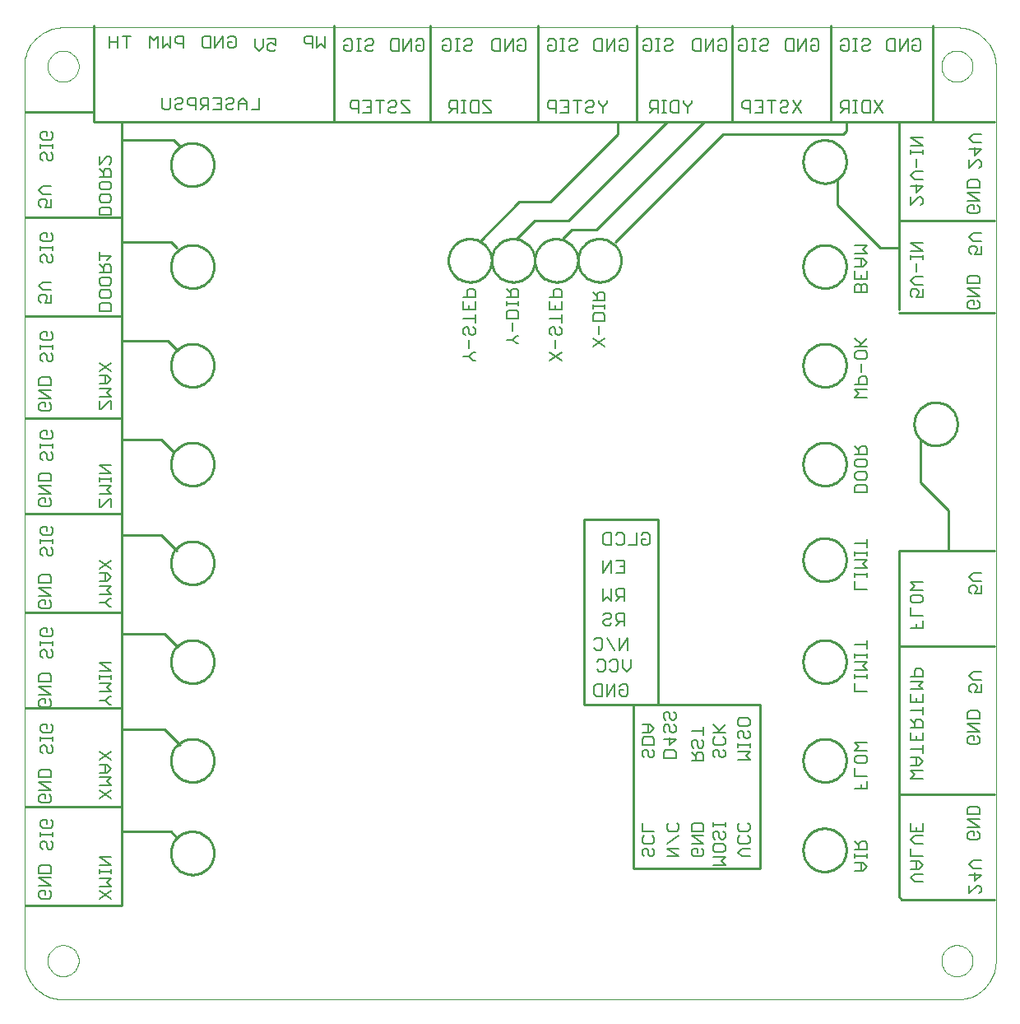
<source format=gbo>
G75*
G70*
%OFA0B0*%
%FSLAX24Y24*%
%IPPOS*%
%LPD*%
%AMOC8*
5,1,8,0,0,1.08239X$1,22.5*
%
%ADD10C,0.0070*%
%ADD11C,0.0100*%
%ADD12C,0.0000*%
D10*
X005444Y006686D02*
X005362Y006768D01*
X005362Y006931D01*
X005444Y007013D01*
X005608Y007013D01*
X005608Y006849D01*
X005771Y006686D02*
X005444Y006686D01*
X005771Y006686D02*
X005853Y006768D01*
X005853Y006931D01*
X005771Y007013D01*
X005853Y007201D02*
X005362Y007528D01*
X005853Y007528D01*
X005853Y007717D02*
X005853Y007962D01*
X005771Y008044D01*
X005444Y008044D01*
X005362Y007962D01*
X005362Y007717D01*
X005853Y007717D01*
X005853Y007201D02*
X005362Y007201D01*
X005509Y008686D02*
X005427Y008768D01*
X005427Y008931D01*
X005509Y009013D01*
X005591Y009013D01*
X005673Y008931D01*
X005673Y008768D01*
X005754Y008686D01*
X005836Y008686D01*
X005918Y008768D01*
X005918Y008931D01*
X005836Y009013D01*
X005918Y009201D02*
X005918Y009365D01*
X005918Y009283D02*
X005427Y009283D01*
X005427Y009201D02*
X005427Y009365D01*
X005509Y009545D02*
X005427Y009627D01*
X005427Y009790D01*
X005509Y009872D01*
X005673Y009872D01*
X005673Y009709D01*
X005836Y009872D02*
X005918Y009790D01*
X005918Y009627D01*
X005836Y009545D01*
X005509Y009545D01*
X005444Y010561D02*
X005362Y010643D01*
X005362Y010806D01*
X005444Y010888D01*
X005608Y010888D01*
X005608Y010724D01*
X005771Y010561D02*
X005444Y010561D01*
X005771Y010561D02*
X005853Y010643D01*
X005853Y010806D01*
X005771Y010888D01*
X005853Y011076D02*
X005362Y011076D01*
X005362Y011403D02*
X005853Y011403D01*
X005853Y011592D02*
X005853Y011837D01*
X005771Y011919D01*
X005444Y011919D01*
X005362Y011837D01*
X005362Y011592D01*
X005853Y011592D01*
X005853Y011076D02*
X005362Y011403D01*
X005509Y012561D02*
X005427Y012643D01*
X005427Y012806D01*
X005509Y012888D01*
X005591Y012888D01*
X005673Y012806D01*
X005673Y012643D01*
X005754Y012561D01*
X005836Y012561D01*
X005918Y012643D01*
X005918Y012806D01*
X005836Y012888D01*
X005918Y013076D02*
X005918Y013240D01*
X005918Y013158D02*
X005427Y013158D01*
X005427Y013076D02*
X005427Y013240D01*
X005509Y013420D02*
X005427Y013502D01*
X005427Y013665D01*
X005509Y013747D01*
X005673Y013747D01*
X005673Y013584D01*
X005836Y013747D02*
X005918Y013665D01*
X005918Y013502D01*
X005836Y013420D01*
X005509Y013420D01*
X005444Y014436D02*
X005362Y014518D01*
X005362Y014681D01*
X005444Y014763D01*
X005608Y014763D01*
X005608Y014599D01*
X005771Y014436D02*
X005444Y014436D01*
X005771Y014436D02*
X005853Y014518D01*
X005853Y014681D01*
X005771Y014763D01*
X005853Y014951D02*
X005362Y015278D01*
X005853Y015278D01*
X005853Y015467D02*
X005853Y015712D01*
X005771Y015794D01*
X005444Y015794D01*
X005362Y015712D01*
X005362Y015467D01*
X005853Y015467D01*
X005853Y014951D02*
X005362Y014951D01*
X005509Y016436D02*
X005427Y016518D01*
X005427Y016681D01*
X005509Y016763D01*
X005591Y016763D01*
X005673Y016681D01*
X005673Y016518D01*
X005754Y016436D01*
X005836Y016436D01*
X005918Y016518D01*
X005918Y016681D01*
X005836Y016763D01*
X005918Y016951D02*
X005918Y017115D01*
X005918Y017033D02*
X005427Y017033D01*
X005427Y016951D02*
X005427Y017115D01*
X005509Y017295D02*
X005427Y017377D01*
X005427Y017540D01*
X005509Y017622D01*
X005673Y017622D01*
X005673Y017459D01*
X005836Y017622D02*
X005918Y017540D01*
X005918Y017377D01*
X005836Y017295D01*
X005509Y017295D01*
X005444Y018436D02*
X005362Y018518D01*
X005362Y018681D01*
X005444Y018763D01*
X005608Y018763D01*
X005608Y018599D01*
X005771Y018436D02*
X005444Y018436D01*
X005771Y018436D02*
X005853Y018518D01*
X005853Y018681D01*
X005771Y018763D01*
X005853Y018951D02*
X005362Y019278D01*
X005853Y019278D01*
X005853Y019467D02*
X005853Y019712D01*
X005771Y019794D01*
X005444Y019794D01*
X005362Y019712D01*
X005362Y019467D01*
X005853Y019467D01*
X005853Y018951D02*
X005362Y018951D01*
X005509Y020561D02*
X005427Y020643D01*
X005427Y020806D01*
X005509Y020888D01*
X005591Y020888D01*
X005673Y020806D01*
X005673Y020643D01*
X005754Y020561D01*
X005836Y020561D01*
X005918Y020643D01*
X005918Y020806D01*
X005836Y020888D01*
X005918Y021076D02*
X005918Y021240D01*
X005918Y021158D02*
X005427Y021158D01*
X005427Y021076D02*
X005427Y021240D01*
X005509Y021420D02*
X005427Y021502D01*
X005427Y021665D01*
X005509Y021747D01*
X005673Y021747D01*
X005673Y021584D01*
X005836Y021747D02*
X005918Y021665D01*
X005918Y021502D01*
X005836Y021420D01*
X005509Y021420D01*
X005444Y022561D02*
X005362Y022643D01*
X005362Y022806D01*
X005444Y022888D01*
X005608Y022888D01*
X005608Y022724D01*
X005771Y022561D02*
X005444Y022561D01*
X005771Y022561D02*
X005853Y022643D01*
X005853Y022806D01*
X005771Y022888D01*
X005853Y023076D02*
X005362Y023403D01*
X005853Y023403D01*
X005853Y023592D02*
X005853Y023837D01*
X005771Y023919D01*
X005444Y023919D01*
X005362Y023837D01*
X005362Y023592D01*
X005853Y023592D01*
X005853Y023076D02*
X005362Y023076D01*
X005509Y024436D02*
X005427Y024518D01*
X005427Y024681D01*
X005509Y024763D01*
X005591Y024763D01*
X005673Y024681D01*
X005673Y024518D01*
X005754Y024436D01*
X005836Y024436D01*
X005918Y024518D01*
X005918Y024681D01*
X005836Y024763D01*
X005918Y024951D02*
X005918Y025115D01*
X005918Y025033D02*
X005427Y025033D01*
X005427Y024951D02*
X005427Y025115D01*
X005509Y025295D02*
X005427Y025377D01*
X005427Y025540D01*
X005509Y025622D01*
X005673Y025622D01*
X005673Y025459D01*
X005836Y025622D02*
X005918Y025540D01*
X005918Y025377D01*
X005836Y025295D01*
X005509Y025295D01*
X005444Y026436D02*
X005362Y026518D01*
X005362Y026681D01*
X005444Y026763D01*
X005608Y026763D01*
X005608Y026599D01*
X005771Y026436D02*
X005444Y026436D01*
X005771Y026436D02*
X005853Y026518D01*
X005853Y026681D01*
X005771Y026763D01*
X005853Y026951D02*
X005362Y026951D01*
X005362Y027278D02*
X005853Y027278D01*
X005853Y027467D02*
X005853Y027712D01*
X005771Y027794D01*
X005444Y027794D01*
X005362Y027712D01*
X005362Y027467D01*
X005853Y027467D01*
X005853Y026951D02*
X005362Y027278D01*
X005509Y028436D02*
X005427Y028518D01*
X005427Y028681D01*
X005509Y028763D01*
X005591Y028763D01*
X005673Y028681D01*
X005673Y028518D01*
X005754Y028436D01*
X005836Y028436D01*
X005918Y028518D01*
X005918Y028681D01*
X005836Y028763D01*
X005918Y028951D02*
X005918Y029115D01*
X005918Y029033D02*
X005427Y029033D01*
X005427Y028951D02*
X005427Y029115D01*
X005509Y029295D02*
X005427Y029377D01*
X005427Y029540D01*
X005509Y029622D01*
X005673Y029622D01*
X005673Y029459D01*
X005836Y029622D02*
X005918Y029540D01*
X005918Y029377D01*
X005836Y029295D01*
X005509Y029295D01*
X005444Y030811D02*
X005362Y030893D01*
X005362Y031056D01*
X005444Y031138D01*
X005608Y031138D01*
X005689Y031056D01*
X005689Y030974D01*
X005608Y030811D01*
X005853Y030811D01*
X005853Y031138D01*
X005853Y031326D02*
X005526Y031326D01*
X005362Y031490D01*
X005526Y031653D01*
X005853Y031653D01*
X005836Y032436D02*
X005754Y032436D01*
X005673Y032518D01*
X005673Y032681D01*
X005591Y032763D01*
X005509Y032763D01*
X005427Y032681D01*
X005427Y032518D01*
X005509Y032436D01*
X005836Y032436D02*
X005918Y032518D01*
X005918Y032681D01*
X005836Y032763D01*
X005918Y032951D02*
X005918Y033115D01*
X005918Y033033D02*
X005427Y033033D01*
X005427Y032951D02*
X005427Y033115D01*
X005509Y033295D02*
X005427Y033377D01*
X005427Y033540D01*
X005509Y033622D01*
X005673Y033622D01*
X005673Y033459D01*
X005836Y033622D02*
X005918Y033540D01*
X005918Y033377D01*
X005836Y033295D01*
X005509Y033295D01*
X005444Y034686D02*
X005362Y034768D01*
X005362Y034931D01*
X005444Y035013D01*
X005608Y035013D01*
X005689Y034931D01*
X005689Y034849D01*
X005608Y034686D01*
X005853Y034686D01*
X005853Y035013D01*
X005853Y035201D02*
X005526Y035201D01*
X005362Y035365D01*
X005526Y035528D01*
X005853Y035528D01*
X005836Y036561D02*
X005754Y036561D01*
X005673Y036643D01*
X005673Y036806D01*
X005591Y036888D01*
X005509Y036888D01*
X005427Y036806D01*
X005427Y036643D01*
X005509Y036561D01*
X005836Y036561D02*
X005918Y036643D01*
X005918Y036806D01*
X005836Y036888D01*
X005918Y037076D02*
X005918Y037240D01*
X005918Y037158D02*
X005427Y037158D01*
X005427Y037076D02*
X005427Y037240D01*
X005509Y037420D02*
X005427Y037502D01*
X005427Y037665D01*
X005509Y037747D01*
X005673Y037747D01*
X005673Y037584D01*
X005836Y037747D02*
X005918Y037665D01*
X005918Y037502D01*
X005836Y037420D01*
X005509Y037420D01*
X007802Y036747D02*
X007802Y036420D01*
X008129Y036747D01*
X008211Y036747D01*
X008293Y036665D01*
X008293Y036502D01*
X008211Y036420D01*
X008211Y036232D02*
X008048Y036232D01*
X007966Y036150D01*
X007966Y035905D01*
X007966Y036068D02*
X007802Y036232D01*
X007802Y035905D02*
X008293Y035905D01*
X008293Y036150D01*
X008211Y036232D01*
X008211Y035716D02*
X008293Y035634D01*
X008293Y035471D01*
X008211Y035389D01*
X007884Y035389D01*
X007802Y035471D01*
X007802Y035634D01*
X007884Y035716D01*
X008211Y035716D01*
X008211Y035200D02*
X008293Y035118D01*
X008293Y034955D01*
X008211Y034873D01*
X007884Y034873D01*
X007802Y034955D01*
X007802Y035118D01*
X007884Y035200D01*
X008211Y035200D01*
X008211Y034685D02*
X008293Y034603D01*
X008293Y034358D01*
X007802Y034358D01*
X007802Y034603D01*
X007884Y034685D01*
X008211Y034685D01*
X007802Y032872D02*
X007802Y032545D01*
X007802Y032709D02*
X008293Y032709D01*
X008129Y032545D01*
X008048Y032357D02*
X007966Y032275D01*
X007966Y032030D01*
X007966Y032193D02*
X007802Y032357D01*
X008048Y032357D02*
X008211Y032357D01*
X008293Y032275D01*
X008293Y032030D01*
X007802Y032030D01*
X007884Y031841D02*
X007802Y031759D01*
X007802Y031596D01*
X007884Y031514D01*
X008211Y031514D01*
X008293Y031596D01*
X008293Y031759D01*
X008211Y031841D01*
X007884Y031841D01*
X007884Y031325D02*
X008211Y031325D01*
X008293Y031243D01*
X008293Y031080D01*
X008211Y030998D01*
X007884Y030998D01*
X007802Y031080D01*
X007802Y031243D01*
X007884Y031325D01*
X007884Y030810D02*
X007802Y030728D01*
X007802Y030483D01*
X008293Y030483D01*
X008293Y030728D01*
X008211Y030810D01*
X007884Y030810D01*
X007802Y028372D02*
X008293Y028045D01*
X008129Y027857D02*
X008293Y027693D01*
X008129Y027530D01*
X007802Y027530D01*
X007802Y027341D02*
X008293Y027341D01*
X008129Y027177D01*
X008293Y027014D01*
X007802Y027014D01*
X007802Y026825D02*
X007802Y026498D01*
X007884Y026498D01*
X008211Y026825D01*
X008293Y026825D01*
X008293Y026498D01*
X008048Y027530D02*
X008048Y027857D01*
X008129Y027857D02*
X007802Y027857D01*
X007802Y028045D02*
X008293Y028372D01*
X008293Y024247D02*
X007802Y024247D01*
X008293Y023920D01*
X007802Y023920D01*
X007802Y023740D02*
X007802Y023576D01*
X007802Y023658D02*
X008293Y023658D01*
X008293Y023576D02*
X008293Y023740D01*
X008293Y023388D02*
X008129Y023224D01*
X008293Y023061D01*
X007802Y023061D01*
X007802Y022872D02*
X007802Y022545D01*
X007884Y022545D01*
X008211Y022872D01*
X008293Y022872D01*
X008293Y022545D01*
X008293Y023388D02*
X007802Y023388D01*
X007802Y020372D02*
X008293Y020045D01*
X008129Y019857D02*
X007802Y019857D01*
X007802Y020045D02*
X008293Y020372D01*
X008129Y019857D02*
X008293Y019693D01*
X008129Y019530D01*
X007802Y019530D01*
X007802Y019341D02*
X008293Y019341D01*
X008129Y019177D01*
X008293Y019014D01*
X007802Y019014D01*
X007802Y018662D02*
X008048Y018662D01*
X008211Y018825D01*
X008293Y018825D01*
X008048Y018662D02*
X008211Y018498D01*
X008293Y018498D01*
X008048Y019530D02*
X008048Y019857D01*
X007802Y016247D02*
X008293Y016247D01*
X008293Y015920D02*
X007802Y016247D01*
X007802Y015920D02*
X008293Y015920D01*
X008293Y015740D02*
X008293Y015576D01*
X008293Y015658D02*
X007802Y015658D01*
X007802Y015576D02*
X007802Y015740D01*
X007802Y015388D02*
X008293Y015388D01*
X008129Y015224D01*
X008293Y015061D01*
X007802Y015061D01*
X007802Y014709D02*
X008048Y014709D01*
X008211Y014872D01*
X008293Y014872D01*
X008048Y014709D02*
X008211Y014545D01*
X008293Y014545D01*
X008293Y012622D02*
X007802Y012295D01*
X007802Y012107D02*
X008129Y012107D01*
X008293Y011943D01*
X008129Y011780D01*
X007802Y011780D01*
X007802Y011591D02*
X008293Y011591D01*
X008129Y011427D01*
X008293Y011264D01*
X007802Y011264D01*
X007802Y011075D02*
X008293Y010748D01*
X008293Y011075D02*
X007802Y010748D01*
X008048Y011780D02*
X008048Y012107D01*
X008293Y012295D02*
X007802Y012622D01*
X007802Y008372D02*
X008293Y008372D01*
X008293Y008045D02*
X007802Y008372D01*
X007802Y008045D02*
X008293Y008045D01*
X008293Y007865D02*
X008293Y007701D01*
X008293Y007783D02*
X007802Y007783D01*
X007802Y007701D02*
X007802Y007865D01*
X007802Y007513D02*
X008293Y007513D01*
X008129Y007349D01*
X008293Y007186D01*
X007802Y007186D01*
X007802Y006997D02*
X008293Y006670D01*
X008293Y006997D02*
X007802Y006670D01*
X027856Y014958D02*
X027856Y015285D01*
X027938Y015366D01*
X028183Y015366D01*
X028183Y014876D01*
X027938Y014876D01*
X027856Y014958D01*
X028372Y014876D02*
X028372Y015366D01*
X028699Y015366D02*
X028372Y014876D01*
X028699Y014876D02*
X028699Y015366D01*
X028887Y015285D02*
X028969Y015366D01*
X029133Y015366D01*
X029214Y015285D01*
X029214Y014958D01*
X029133Y014876D01*
X028969Y014876D01*
X028887Y014958D01*
X028887Y015121D01*
X029051Y015121D01*
X029176Y015876D02*
X029012Y016039D01*
X029012Y016366D01*
X028824Y016285D02*
X028824Y015958D01*
X028742Y015876D01*
X028578Y015876D01*
X028497Y015958D01*
X028308Y015958D02*
X028226Y015876D01*
X028063Y015876D01*
X027981Y015958D01*
X027981Y016285D02*
X028063Y016366D01*
X028226Y016366D01*
X028308Y016285D01*
X028308Y015958D01*
X028497Y016285D02*
X028578Y016366D01*
X028742Y016366D01*
X028824Y016285D01*
X028887Y016751D02*
X028887Y017241D01*
X029214Y017241D02*
X028887Y016751D01*
X028699Y016751D02*
X028372Y017241D01*
X028183Y017160D02*
X028183Y016833D01*
X028101Y016751D01*
X027938Y016751D01*
X027856Y016833D01*
X027856Y017160D02*
X027938Y017241D01*
X028101Y017241D01*
X028183Y017160D01*
X028313Y017751D02*
X028231Y017833D01*
X028231Y017914D01*
X028313Y017996D01*
X028476Y017996D01*
X028558Y018078D01*
X028558Y018160D01*
X028476Y018241D01*
X028313Y018241D01*
X028231Y018160D01*
X028313Y017751D02*
X028476Y017751D01*
X028558Y017833D01*
X028747Y017751D02*
X028910Y017914D01*
X028828Y017914D02*
X029074Y017914D01*
X029074Y017751D02*
X029074Y018241D01*
X028828Y018241D01*
X028747Y018160D01*
X028747Y017996D01*
X028828Y017914D01*
X029214Y017241D02*
X029214Y016751D01*
X029339Y016366D02*
X029339Y016039D01*
X029176Y015876D01*
X030759Y014247D02*
X030677Y014165D01*
X030677Y014002D01*
X030759Y013920D01*
X030923Y014002D02*
X030923Y014165D01*
X030841Y014247D01*
X030759Y014247D01*
X030923Y014002D02*
X031004Y013920D01*
X031086Y013920D01*
X031168Y014002D01*
X031168Y014165D01*
X031086Y014247D01*
X031086Y013732D02*
X031168Y013650D01*
X031168Y013486D01*
X031086Y013405D01*
X031004Y013405D01*
X030923Y013486D01*
X030923Y013650D01*
X030841Y013732D01*
X030759Y013732D01*
X030677Y013650D01*
X030677Y013486D01*
X030759Y013405D01*
X030923Y013216D02*
X030923Y012889D01*
X031168Y013134D01*
X030677Y013134D01*
X030293Y013150D02*
X030293Y012905D01*
X029802Y012905D01*
X029802Y013150D01*
X029884Y013232D01*
X030211Y013232D01*
X030293Y013150D01*
X030129Y013420D02*
X030293Y013584D01*
X030129Y013747D01*
X029802Y013747D01*
X030048Y013747D02*
X030048Y013420D01*
X030129Y013420D02*
X029802Y013420D01*
X029884Y012716D02*
X029802Y012634D01*
X029802Y012471D01*
X029884Y012389D01*
X030048Y012471D02*
X030048Y012634D01*
X029966Y012716D01*
X029884Y012716D01*
X030048Y012471D02*
X030129Y012389D01*
X030211Y012389D01*
X030293Y012471D01*
X030293Y012634D01*
X030211Y012716D01*
X030677Y012618D02*
X030759Y012700D01*
X031086Y012700D01*
X031168Y012618D01*
X031168Y012373D01*
X030677Y012373D01*
X030677Y012618D01*
X031802Y012591D02*
X031966Y012427D01*
X031966Y012509D02*
X031966Y012264D01*
X031802Y012264D02*
X032293Y012264D01*
X032293Y012509D01*
X032211Y012591D01*
X032048Y012591D01*
X031966Y012509D01*
X031884Y012780D02*
X031802Y012861D01*
X031802Y013025D01*
X031884Y013107D01*
X031966Y013107D01*
X032048Y013025D01*
X032048Y012861D01*
X032129Y012780D01*
X032211Y012780D01*
X032293Y012861D01*
X032293Y013025D01*
X032211Y013107D01*
X032293Y013295D02*
X032293Y013622D01*
X032293Y013459D02*
X031802Y013459D01*
X032677Y013420D02*
X033168Y013420D01*
X033086Y013232D02*
X033168Y013150D01*
X033168Y012986D01*
X033086Y012905D01*
X032759Y012905D01*
X032677Y012986D01*
X032677Y013150D01*
X032759Y013232D01*
X032841Y013420D02*
X033168Y013747D01*
X032923Y013502D02*
X032677Y013747D01*
X033677Y013752D02*
X033677Y013915D01*
X033759Y013997D01*
X034086Y013997D01*
X034168Y013915D01*
X034168Y013752D01*
X034086Y013670D01*
X033759Y013670D01*
X033677Y013752D01*
X033759Y013482D02*
X033677Y013400D01*
X033677Y013236D01*
X033759Y013155D01*
X033923Y013236D02*
X034004Y013155D01*
X034086Y013155D01*
X034168Y013236D01*
X034168Y013400D01*
X034086Y013482D01*
X033923Y013400D02*
X033841Y013482D01*
X033759Y013482D01*
X033923Y013400D02*
X033923Y013236D01*
X034168Y012974D02*
X034168Y012811D01*
X034168Y012893D02*
X033677Y012893D01*
X033677Y012974D02*
X033677Y012811D01*
X033677Y012622D02*
X034168Y012622D01*
X034004Y012459D01*
X034168Y012295D01*
X033677Y012295D01*
X033168Y012471D02*
X033086Y012389D01*
X033004Y012389D01*
X032923Y012471D01*
X032923Y012634D01*
X032841Y012716D01*
X032759Y012716D01*
X032677Y012634D01*
X032677Y012471D01*
X032759Y012389D01*
X033168Y012471D02*
X033168Y012634D01*
X033086Y012716D01*
X033168Y009756D02*
X033168Y009592D01*
X033168Y009674D02*
X032677Y009674D01*
X032677Y009592D02*
X032677Y009756D01*
X032759Y009403D02*
X032677Y009322D01*
X032677Y009158D01*
X032759Y009076D01*
X032923Y009158D02*
X032923Y009322D01*
X032841Y009403D01*
X032759Y009403D01*
X032923Y009158D02*
X033004Y009076D01*
X033086Y009076D01*
X033168Y009158D01*
X033168Y009322D01*
X033086Y009403D01*
X033086Y008888D02*
X033168Y008806D01*
X033168Y008643D01*
X033086Y008561D01*
X032759Y008561D01*
X032677Y008643D01*
X032677Y008806D01*
X032759Y008888D01*
X033086Y008888D01*
X033168Y008372D02*
X032677Y008372D01*
X032677Y008045D02*
X033168Y008045D01*
X033004Y008209D01*
X033168Y008372D01*
X033677Y008552D02*
X033841Y008716D01*
X034168Y008716D01*
X034086Y008905D02*
X034168Y008986D01*
X034168Y009150D01*
X034086Y009232D01*
X034086Y009420D02*
X033759Y009420D01*
X033677Y009502D01*
X033677Y009665D01*
X033759Y009747D01*
X034086Y009747D02*
X034168Y009665D01*
X034168Y009502D01*
X034086Y009420D01*
X033759Y009232D02*
X033677Y009150D01*
X033677Y008986D01*
X033759Y008905D01*
X034086Y008905D01*
X034168Y008389D02*
X033841Y008389D01*
X033677Y008552D01*
X032293Y008471D02*
X032211Y008389D01*
X031884Y008389D01*
X031802Y008471D01*
X031802Y008634D01*
X031884Y008716D01*
X032048Y008716D01*
X032048Y008552D01*
X032211Y008716D02*
X032293Y008634D01*
X032293Y008471D01*
X032293Y008905D02*
X031802Y008905D01*
X031802Y009232D02*
X032293Y009232D01*
X032293Y009420D02*
X032293Y009665D01*
X032211Y009747D01*
X031884Y009747D01*
X031802Y009665D01*
X031802Y009420D01*
X032293Y009420D01*
X032293Y008905D02*
X031802Y009232D01*
X031293Y009232D02*
X030802Y008905D01*
X030802Y008716D02*
X031293Y008716D01*
X031293Y008389D02*
X030802Y008389D01*
X030802Y008716D02*
X031293Y008389D01*
X030293Y008471D02*
X030211Y008389D01*
X030129Y008389D01*
X030048Y008471D01*
X030048Y008634D01*
X029966Y008716D01*
X029884Y008716D01*
X029802Y008634D01*
X029802Y008471D01*
X029884Y008389D01*
X030293Y008471D02*
X030293Y008634D01*
X030211Y008716D01*
X030211Y008905D02*
X029884Y008905D01*
X029802Y008986D01*
X029802Y009150D01*
X029884Y009232D01*
X029802Y009420D02*
X029802Y009747D01*
X029802Y009420D02*
X030293Y009420D01*
X030211Y009232D02*
X030293Y009150D01*
X030293Y008986D01*
X030211Y008905D01*
X030802Y009502D02*
X030802Y009665D01*
X030884Y009747D01*
X030802Y009502D02*
X030884Y009420D01*
X031211Y009420D01*
X031293Y009502D01*
X031293Y009665D01*
X031211Y009747D01*
X038427Y008997D02*
X038591Y008834D01*
X038591Y008915D02*
X038591Y008670D01*
X038427Y008670D02*
X038918Y008670D01*
X038918Y008915D01*
X038836Y008997D01*
X038673Y008997D01*
X038591Y008915D01*
X038427Y008490D02*
X038427Y008326D01*
X038427Y008408D02*
X038918Y008408D01*
X038918Y008326D02*
X038918Y008490D01*
X038754Y008138D02*
X038427Y008138D01*
X038673Y008138D02*
X038673Y007811D01*
X038754Y007811D02*
X038918Y007974D01*
X038754Y008138D01*
X038754Y007811D02*
X038427Y007811D01*
X040677Y007873D02*
X041004Y007873D01*
X041168Y008037D01*
X041004Y008200D01*
X040677Y008200D01*
X040677Y008389D02*
X040677Y008716D01*
X040841Y008905D02*
X040677Y009068D01*
X040841Y009232D01*
X041168Y009232D01*
X041168Y009420D02*
X040677Y009420D01*
X040677Y009747D01*
X040923Y009584D02*
X040923Y009420D01*
X041168Y009420D02*
X041168Y009747D01*
X041168Y008905D02*
X040841Y008905D01*
X040677Y008389D02*
X041168Y008389D01*
X040923Y008200D02*
X040923Y007873D01*
X040841Y007685D02*
X041168Y007685D01*
X040841Y007685D02*
X040677Y007521D01*
X040841Y007358D01*
X041168Y007358D01*
X043052Y007216D02*
X043052Y006889D01*
X043379Y007216D01*
X043461Y007216D01*
X043543Y007134D01*
X043543Y006971D01*
X043461Y006889D01*
X043298Y007405D02*
X043298Y007732D01*
X043216Y007920D02*
X043052Y008084D01*
X043216Y008247D01*
X043543Y008247D01*
X043543Y007920D02*
X043216Y007920D01*
X043052Y007650D02*
X043543Y007650D01*
X043298Y007405D01*
X043396Y009061D02*
X043069Y009061D01*
X042987Y009143D01*
X042987Y009306D01*
X043069Y009388D01*
X043233Y009388D01*
X043233Y009224D01*
X043396Y009061D02*
X043478Y009143D01*
X043478Y009306D01*
X043396Y009388D01*
X043478Y009576D02*
X042987Y009903D01*
X043478Y009903D01*
X043478Y010092D02*
X042987Y010092D01*
X042987Y010337D01*
X043069Y010419D01*
X043396Y010419D01*
X043478Y010337D01*
X043478Y010092D01*
X043478Y009576D02*
X042987Y009576D01*
X041168Y011545D02*
X040677Y011545D01*
X040841Y011709D01*
X040677Y011872D01*
X041168Y011872D01*
X041004Y012061D02*
X041168Y012224D01*
X041004Y012388D01*
X040677Y012388D01*
X040923Y012388D02*
X040923Y012061D01*
X041004Y012061D02*
X040677Y012061D01*
X041168Y012576D02*
X041168Y012903D01*
X041168Y012740D02*
X040677Y012740D01*
X040677Y013092D02*
X040677Y013419D01*
X040677Y013608D02*
X041168Y013608D01*
X041168Y013853D01*
X041086Y013935D01*
X040923Y013935D01*
X040841Y013853D01*
X040841Y013608D01*
X040841Y013771D02*
X040677Y013935D01*
X040677Y014287D02*
X041168Y014287D01*
X041168Y014450D02*
X041168Y014123D01*
X041168Y014639D02*
X040677Y014639D01*
X040677Y014966D01*
X040677Y015155D02*
X041168Y015155D01*
X041004Y015318D01*
X041168Y015482D01*
X040677Y015482D01*
X040677Y015670D02*
X041168Y015670D01*
X041168Y015915D01*
X041086Y015997D01*
X040923Y015997D01*
X040841Y015915D01*
X040841Y015670D01*
X041168Y014966D02*
X041168Y014639D01*
X040923Y014639D02*
X040923Y014802D01*
X041168Y013419D02*
X041168Y013092D01*
X040677Y013092D01*
X040923Y013092D02*
X040923Y013255D01*
X038918Y012997D02*
X038427Y012997D01*
X038591Y012834D01*
X038427Y012670D01*
X038918Y012670D01*
X038836Y012482D02*
X038918Y012400D01*
X038918Y012236D01*
X038836Y012155D01*
X038509Y012155D01*
X038427Y012236D01*
X038427Y012400D01*
X038509Y012482D01*
X038836Y012482D01*
X038427Y011966D02*
X038427Y011639D01*
X038918Y011639D01*
X038918Y011450D02*
X038918Y011123D01*
X038427Y011123D01*
X038673Y011123D02*
X038673Y011287D01*
X038918Y015076D02*
X038427Y015076D01*
X038427Y015403D01*
X038427Y015592D02*
X038427Y015756D01*
X038427Y015674D02*
X038918Y015674D01*
X038918Y015592D02*
X038918Y015756D01*
X038918Y015936D02*
X038427Y015936D01*
X038427Y016263D02*
X038918Y016263D01*
X038754Y016099D01*
X038918Y015936D01*
X038918Y016451D02*
X038918Y016615D01*
X038918Y016533D02*
X038427Y016533D01*
X038427Y016451D02*
X038427Y016615D01*
X038427Y016959D02*
X038918Y016959D01*
X038918Y017122D02*
X038918Y016795D01*
X040677Y017623D02*
X041168Y017623D01*
X041168Y017950D01*
X041168Y018139D02*
X040677Y018139D01*
X040677Y018466D01*
X040759Y018655D02*
X040677Y018736D01*
X040677Y018900D01*
X040759Y018982D01*
X041086Y018982D01*
X041168Y018900D01*
X041168Y018736D01*
X041086Y018655D01*
X040759Y018655D01*
X040677Y019170D02*
X040841Y019334D01*
X040677Y019497D01*
X041168Y019497D01*
X041168Y019170D02*
X040677Y019170D01*
X040923Y017787D02*
X040923Y017623D01*
X038918Y019201D02*
X038427Y019201D01*
X038427Y019528D01*
X038427Y019717D02*
X038427Y019881D01*
X038427Y019799D02*
X038918Y019799D01*
X038918Y019717D02*
X038918Y019881D01*
X038918Y020061D02*
X038427Y020061D01*
X038427Y020388D02*
X038918Y020388D01*
X038754Y020224D01*
X038918Y020061D01*
X038918Y020576D02*
X038918Y020740D01*
X038918Y020658D02*
X038427Y020658D01*
X038427Y020576D02*
X038427Y020740D01*
X038427Y021084D02*
X038918Y021084D01*
X038918Y021247D02*
X038918Y020920D01*
X038918Y023123D02*
X038427Y023123D01*
X038427Y023368D01*
X038509Y023450D01*
X038836Y023450D01*
X038918Y023368D01*
X038918Y023123D01*
X038836Y023639D02*
X038509Y023639D01*
X038427Y023721D01*
X038427Y023884D01*
X038509Y023966D01*
X038836Y023966D01*
X038918Y023884D01*
X038918Y023721D01*
X038836Y023639D01*
X038836Y024155D02*
X038509Y024155D01*
X038427Y024236D01*
X038427Y024400D01*
X038509Y024482D01*
X038836Y024482D01*
X038918Y024400D01*
X038918Y024236D01*
X038836Y024155D01*
X038918Y024670D02*
X038427Y024670D01*
X038591Y024670D02*
X038591Y024915D01*
X038673Y024997D01*
X038836Y024997D01*
X038918Y024915D01*
X038918Y024670D01*
X038591Y024834D02*
X038427Y024997D01*
X038427Y026983D02*
X038591Y027146D01*
X038427Y027310D01*
X038918Y027310D01*
X038918Y027498D02*
X038918Y027743D01*
X038836Y027825D01*
X038673Y027825D01*
X038591Y027743D01*
X038591Y027498D01*
X038427Y027498D02*
X038918Y027498D01*
X038918Y026983D02*
X038427Y026983D01*
X038673Y028014D02*
X038673Y028341D01*
X038836Y028530D02*
X038509Y028530D01*
X038427Y028611D01*
X038427Y028775D01*
X038509Y028857D01*
X038836Y028857D01*
X038918Y028775D01*
X038918Y028611D01*
X038836Y028530D01*
X038918Y029045D02*
X038427Y029045D01*
X038591Y029045D02*
X038918Y029372D01*
X038673Y029127D02*
X038427Y029372D01*
X038427Y031248D02*
X038427Y031493D01*
X038509Y031575D01*
X038591Y031575D01*
X038673Y031493D01*
X038673Y031248D01*
X038918Y031248D02*
X038918Y031493D01*
X038836Y031575D01*
X038754Y031575D01*
X038673Y031493D01*
X038673Y031764D02*
X038673Y031927D01*
X038918Y031764D02*
X038427Y031764D01*
X038427Y032091D01*
X038427Y032280D02*
X038754Y032280D01*
X038918Y032443D01*
X038754Y032607D01*
X038427Y032607D01*
X038427Y032795D02*
X038918Y032795D01*
X038754Y032959D01*
X038918Y033122D01*
X038427Y033122D01*
X038673Y032607D02*
X038673Y032280D01*
X038918Y032091D02*
X038918Y031764D01*
X038918Y031248D02*
X038427Y031248D01*
X040677Y031275D02*
X040677Y031111D01*
X040759Y031030D01*
X040923Y031030D02*
X041004Y031193D01*
X041004Y031275D01*
X040923Y031356D01*
X040759Y031356D01*
X040677Y031275D01*
X040841Y031545D02*
X040677Y031709D01*
X040841Y031872D01*
X041168Y031872D01*
X040923Y032061D02*
X040923Y032388D01*
X041168Y032576D02*
X041168Y032740D01*
X041168Y032658D02*
X040677Y032658D01*
X040677Y032576D02*
X040677Y032740D01*
X040677Y032920D02*
X041168Y032920D01*
X040677Y033247D01*
X041168Y033247D01*
X041086Y034764D02*
X041168Y034846D01*
X041168Y035009D01*
X041086Y035091D01*
X041004Y035091D01*
X040677Y034764D01*
X040677Y035091D01*
X040923Y035280D02*
X040923Y035606D01*
X040841Y035795D02*
X040677Y035959D01*
X040841Y036122D01*
X041168Y036122D01*
X040923Y036311D02*
X040923Y036638D01*
X041168Y036826D02*
X041168Y036990D01*
X041168Y036908D02*
X040677Y036908D01*
X040677Y036826D02*
X040677Y036990D01*
X040677Y037170D02*
X041168Y037170D01*
X040677Y037497D01*
X041168Y037497D01*
X039558Y038501D02*
X039231Y038991D01*
X039042Y038991D02*
X038797Y038991D01*
X038715Y038910D01*
X038715Y038583D01*
X038797Y038501D01*
X039042Y038501D01*
X039042Y038991D01*
X039558Y038991D02*
X039231Y038501D01*
X038527Y038501D02*
X038363Y038501D01*
X038445Y038501D02*
X038445Y038991D01*
X038527Y038991D02*
X038363Y038991D01*
X038183Y038991D02*
X037938Y038991D01*
X037856Y038910D01*
X037856Y038746D01*
X037938Y038664D01*
X038183Y038664D01*
X038183Y038501D02*
X038183Y038991D01*
X038020Y038664D02*
X037856Y038501D01*
X036246Y038501D02*
X035919Y038991D01*
X035730Y038910D02*
X035730Y038828D01*
X035648Y038746D01*
X035485Y038746D01*
X035403Y038664D01*
X035403Y038583D01*
X035485Y038501D01*
X035648Y038501D01*
X035730Y038583D01*
X035919Y038501D02*
X036246Y038991D01*
X035730Y038910D02*
X035648Y038991D01*
X035485Y038991D01*
X035403Y038910D01*
X035214Y038991D02*
X034887Y038991D01*
X035051Y038991D02*
X035051Y038501D01*
X034699Y038501D02*
X034372Y038501D01*
X034183Y038501D02*
X034183Y038991D01*
X033938Y038991D01*
X033856Y038910D01*
X033856Y038746D01*
X033938Y038664D01*
X034183Y038664D01*
X034535Y038746D02*
X034699Y038746D01*
X034699Y038991D02*
X034699Y038501D01*
X034699Y038991D02*
X034372Y038991D01*
X034402Y041001D02*
X034238Y041001D01*
X034320Y041001D02*
X034320Y041491D01*
X034402Y041491D02*
X034238Y041491D01*
X034058Y041410D02*
X034058Y041083D01*
X033976Y041001D01*
X033813Y041001D01*
X033731Y041083D01*
X033731Y041246D01*
X033895Y041246D01*
X034058Y041410D02*
X033976Y041491D01*
X033813Y041491D01*
X033731Y041410D01*
X033214Y041410D02*
X033214Y041083D01*
X033133Y041001D01*
X032969Y041001D01*
X032887Y041083D01*
X032887Y041246D01*
X033051Y041246D01*
X033214Y041410D02*
X033133Y041491D01*
X032969Y041491D01*
X032887Y041410D01*
X032699Y041491D02*
X032372Y041001D01*
X032372Y041491D01*
X032183Y041491D02*
X032183Y041001D01*
X031938Y041001D01*
X031856Y041083D01*
X031856Y041410D01*
X031938Y041491D01*
X032183Y041491D01*
X032699Y041491D02*
X032699Y041001D01*
X034590Y041083D02*
X034672Y041001D01*
X034836Y041001D01*
X034917Y041083D01*
X034836Y041246D02*
X034672Y041246D01*
X034590Y041164D01*
X034590Y041083D01*
X034836Y041246D02*
X034917Y041328D01*
X034917Y041410D01*
X034836Y041491D01*
X034672Y041491D01*
X034590Y041410D01*
X035606Y041410D02*
X035606Y041083D01*
X035688Y041001D01*
X035933Y041001D01*
X035933Y041491D01*
X035688Y041491D01*
X035606Y041410D01*
X036122Y041491D02*
X036122Y041001D01*
X036449Y041491D01*
X036449Y041001D01*
X036637Y041083D02*
X036637Y041246D01*
X036801Y041246D01*
X036964Y041083D02*
X036883Y041001D01*
X036719Y041001D01*
X036637Y041083D01*
X036637Y041410D02*
X036719Y041491D01*
X036883Y041491D01*
X036964Y041410D01*
X036964Y041083D01*
X037856Y041083D02*
X037856Y041246D01*
X038020Y041246D01*
X038183Y041083D02*
X038183Y041410D01*
X038101Y041491D01*
X037938Y041491D01*
X037856Y041410D01*
X037856Y041083D02*
X037938Y041001D01*
X038101Y041001D01*
X038183Y041083D01*
X038363Y041001D02*
X038527Y041001D01*
X038445Y041001D02*
X038445Y041491D01*
X038527Y041491D02*
X038363Y041491D01*
X038715Y041410D02*
X038797Y041491D01*
X038961Y041491D01*
X039042Y041410D01*
X039042Y041328D01*
X038961Y041246D01*
X038797Y041246D01*
X038715Y041164D01*
X038715Y041083D01*
X038797Y041001D01*
X038961Y041001D01*
X039042Y041083D01*
X039731Y041083D02*
X039731Y041410D01*
X039813Y041491D01*
X040058Y041491D01*
X040058Y041001D01*
X039813Y041001D01*
X039731Y041083D01*
X040247Y041001D02*
X040247Y041491D01*
X040574Y041491D02*
X040247Y041001D01*
X040574Y041001D02*
X040574Y041491D01*
X040762Y041410D02*
X040844Y041491D01*
X041008Y041491D01*
X041089Y041410D01*
X041089Y041083D01*
X041008Y041001D01*
X040844Y041001D01*
X040762Y041083D01*
X040762Y041246D01*
X040926Y041246D01*
X043216Y037622D02*
X043543Y037622D01*
X043543Y037295D02*
X043216Y037295D01*
X043052Y037459D01*
X043216Y037622D01*
X043298Y037107D02*
X043298Y036780D01*
X043543Y037025D01*
X043052Y037025D01*
X043052Y036591D02*
X043052Y036264D01*
X043379Y036591D01*
X043461Y036591D01*
X043543Y036509D01*
X043543Y036346D01*
X043461Y036264D01*
X043396Y035794D02*
X043478Y035712D01*
X043478Y035467D01*
X042987Y035467D01*
X042987Y035712D01*
X043069Y035794D01*
X043396Y035794D01*
X043478Y035278D02*
X042987Y035278D01*
X043478Y034951D01*
X042987Y034951D01*
X043069Y034763D02*
X043233Y034763D01*
X043233Y034599D01*
X043396Y034436D02*
X043069Y034436D01*
X042987Y034518D01*
X042987Y034681D01*
X043069Y034763D01*
X043396Y034763D02*
X043478Y034681D01*
X043478Y034518D01*
X043396Y034436D01*
X043543Y033622D02*
X043216Y033622D01*
X043052Y033459D01*
X043216Y033295D01*
X043543Y033295D01*
X043543Y033107D02*
X043543Y032780D01*
X043298Y032780D01*
X043379Y032943D01*
X043379Y033025D01*
X043298Y033107D01*
X043134Y033107D01*
X043052Y033025D01*
X043052Y032861D01*
X043134Y032780D01*
X043069Y031919D02*
X043396Y031919D01*
X043478Y031837D01*
X043478Y031592D01*
X042987Y031592D01*
X042987Y031837D01*
X043069Y031919D01*
X042987Y031403D02*
X043478Y031403D01*
X043478Y031076D02*
X042987Y031076D01*
X043069Y030888D02*
X043233Y030888D01*
X043233Y030724D01*
X043396Y030561D02*
X043069Y030561D01*
X042987Y030643D01*
X042987Y030806D01*
X043069Y030888D01*
X043396Y030888D02*
X043478Y030806D01*
X043478Y030643D01*
X043396Y030561D01*
X043478Y031076D02*
X042987Y031403D01*
X041168Y031356D02*
X041168Y031030D01*
X040923Y031030D01*
X040841Y031545D02*
X041168Y031545D01*
X040923Y035280D02*
X041168Y035525D01*
X040677Y035525D01*
X040841Y035795D02*
X041168Y035795D01*
X031808Y038910D02*
X031645Y038746D01*
X031645Y038501D01*
X031645Y038746D02*
X031481Y038910D01*
X031481Y038991D01*
X031292Y038991D02*
X031047Y038991D01*
X030965Y038910D01*
X030965Y038583D01*
X031047Y038501D01*
X031292Y038501D01*
X031292Y038991D01*
X030777Y038991D02*
X030613Y038991D01*
X030695Y038991D02*
X030695Y038501D01*
X030777Y038501D02*
X030613Y038501D01*
X030433Y038501D02*
X030433Y038991D01*
X030188Y038991D01*
X030106Y038910D01*
X030106Y038746D01*
X030188Y038664D01*
X030433Y038664D01*
X030270Y038664D02*
X030106Y038501D01*
X028371Y038910D02*
X028207Y038746D01*
X028207Y038501D01*
X028207Y038746D02*
X028044Y038910D01*
X028044Y038991D01*
X027855Y038910D02*
X027855Y038828D01*
X027773Y038746D01*
X027610Y038746D01*
X027528Y038664D01*
X027528Y038583D01*
X027610Y038501D01*
X027773Y038501D01*
X027855Y038583D01*
X027855Y038910D02*
X027773Y038991D01*
X027610Y038991D01*
X027528Y038910D01*
X027339Y038991D02*
X027012Y038991D01*
X027176Y038991D02*
X027176Y038501D01*
X026824Y038501D02*
X026497Y038501D01*
X026308Y038501D02*
X026308Y038991D01*
X026063Y038991D01*
X025981Y038910D01*
X025981Y038746D01*
X026063Y038664D01*
X026308Y038664D01*
X026660Y038746D02*
X026824Y038746D01*
X026824Y038991D02*
X026824Y038501D01*
X026824Y038991D02*
X026497Y038991D01*
X028371Y038991D02*
X028371Y038910D01*
X028372Y041001D02*
X028372Y041491D01*
X028183Y041491D02*
X028183Y041001D01*
X027938Y041001D01*
X027856Y041083D01*
X027856Y041410D01*
X027938Y041491D01*
X028183Y041491D01*
X028699Y041491D02*
X028372Y041001D01*
X028699Y041001D02*
X028699Y041491D01*
X028887Y041410D02*
X028969Y041491D01*
X029133Y041491D01*
X029214Y041410D01*
X029214Y041083D01*
X029133Y041001D01*
X028969Y041001D01*
X028887Y041083D01*
X028887Y041246D01*
X029051Y041246D01*
X029856Y041246D02*
X030020Y041246D01*
X029856Y041246D02*
X029856Y041083D01*
X029938Y041001D01*
X030101Y041001D01*
X030183Y041083D01*
X030183Y041410D01*
X030101Y041491D01*
X029938Y041491D01*
X029856Y041410D01*
X030363Y041491D02*
X030527Y041491D01*
X030445Y041491D02*
X030445Y041001D01*
X030527Y041001D02*
X030363Y041001D01*
X030715Y041083D02*
X030797Y041001D01*
X030961Y041001D01*
X031042Y041083D01*
X030961Y041246D02*
X030797Y041246D01*
X030715Y041164D01*
X030715Y041083D01*
X030961Y041246D02*
X031042Y041328D01*
X031042Y041410D01*
X030961Y041491D01*
X030797Y041491D01*
X030715Y041410D01*
X031808Y038991D02*
X031808Y038910D01*
X027167Y041083D02*
X027086Y041001D01*
X026922Y041001D01*
X026840Y041083D01*
X026840Y041164D01*
X026922Y041246D01*
X027086Y041246D01*
X027167Y041328D01*
X027167Y041410D01*
X027086Y041491D01*
X026922Y041491D01*
X026840Y041410D01*
X026652Y041491D02*
X026488Y041491D01*
X026570Y041491D02*
X026570Y041001D01*
X026652Y041001D02*
X026488Y041001D01*
X026308Y041083D02*
X026308Y041410D01*
X026226Y041491D01*
X026063Y041491D01*
X025981Y041410D01*
X025981Y041246D02*
X026145Y041246D01*
X025981Y041246D02*
X025981Y041083D01*
X026063Y041001D01*
X026226Y041001D01*
X026308Y041083D01*
X025089Y041083D02*
X025008Y041001D01*
X024844Y041001D01*
X024762Y041083D01*
X024762Y041246D01*
X024926Y041246D01*
X025089Y041083D02*
X025089Y041410D01*
X025008Y041491D01*
X024844Y041491D01*
X024762Y041410D01*
X024574Y041491D02*
X024247Y041001D01*
X024247Y041491D01*
X024058Y041491D02*
X023813Y041491D01*
X023731Y041410D01*
X023731Y041083D01*
X023813Y041001D01*
X024058Y041001D01*
X024058Y041491D01*
X024574Y041491D02*
X024574Y041001D01*
X022917Y041083D02*
X022836Y041001D01*
X022672Y041001D01*
X022590Y041083D01*
X022590Y041164D01*
X022672Y041246D01*
X022836Y041246D01*
X022917Y041328D01*
X022917Y041410D01*
X022836Y041491D01*
X022672Y041491D01*
X022590Y041410D01*
X022402Y041491D02*
X022238Y041491D01*
X022320Y041491D02*
X022320Y041001D01*
X022402Y041001D02*
X022238Y041001D01*
X022058Y041083D02*
X021976Y041001D01*
X021813Y041001D01*
X021731Y041083D01*
X021731Y041246D01*
X021895Y041246D01*
X022058Y041083D02*
X022058Y041410D01*
X021976Y041491D01*
X021813Y041491D01*
X021731Y041410D01*
X020964Y041410D02*
X020964Y041083D01*
X020883Y041001D01*
X020719Y041001D01*
X020637Y041083D01*
X020637Y041246D01*
X020801Y041246D01*
X020964Y041410D02*
X020883Y041491D01*
X020719Y041491D01*
X020637Y041410D01*
X020449Y041491D02*
X020122Y041001D01*
X020122Y041491D01*
X019933Y041491D02*
X019933Y041001D01*
X019688Y041001D01*
X019606Y041083D01*
X019606Y041410D01*
X019688Y041491D01*
X019933Y041491D01*
X020449Y041491D02*
X020449Y041001D01*
X018917Y041083D02*
X018836Y041001D01*
X018672Y041001D01*
X018590Y041083D01*
X018590Y041164D01*
X018672Y041246D01*
X018836Y041246D01*
X018917Y041328D01*
X018917Y041410D01*
X018836Y041491D01*
X018672Y041491D01*
X018590Y041410D01*
X018402Y041491D02*
X018238Y041491D01*
X018320Y041491D02*
X018320Y041001D01*
X018402Y041001D02*
X018238Y041001D01*
X018058Y041083D02*
X017976Y041001D01*
X017813Y041001D01*
X017731Y041083D01*
X017731Y041246D01*
X017895Y041246D01*
X018058Y041083D02*
X018058Y041410D01*
X017976Y041491D01*
X017813Y041491D01*
X017731Y041410D01*
X016949Y041616D02*
X016949Y041126D01*
X016785Y041289D01*
X016622Y041126D01*
X016622Y041616D01*
X016433Y041616D02*
X016433Y041126D01*
X016433Y041289D02*
X016188Y041289D01*
X016106Y041371D01*
X016106Y041535D01*
X016188Y041616D01*
X016433Y041616D01*
X014949Y041491D02*
X014949Y041246D01*
X014785Y041328D01*
X014703Y041328D01*
X014622Y041246D01*
X014622Y041083D01*
X014703Y041001D01*
X014867Y041001D01*
X014949Y041083D01*
X014949Y041491D02*
X014622Y041491D01*
X014433Y041491D02*
X014433Y041164D01*
X014270Y041001D01*
X014106Y041164D01*
X014106Y041491D01*
X013339Y041535D02*
X013339Y041208D01*
X013258Y041126D01*
X013094Y041126D01*
X013012Y041208D01*
X013012Y041371D01*
X013176Y041371D01*
X013339Y041535D02*
X013258Y041616D01*
X013094Y041616D01*
X013012Y041535D01*
X012824Y041616D02*
X012497Y041126D01*
X012497Y041616D01*
X012308Y041616D02*
X012063Y041616D01*
X011981Y041535D01*
X011981Y041208D01*
X012063Y041126D01*
X012308Y041126D01*
X012308Y041616D01*
X012824Y041616D02*
X012824Y041126D01*
X011214Y041126D02*
X011214Y041616D01*
X010969Y041616D01*
X010887Y041535D01*
X010887Y041371D01*
X010969Y041289D01*
X011214Y041289D01*
X010699Y041126D02*
X010699Y041616D01*
X010372Y041616D02*
X010372Y041126D01*
X010535Y041289D01*
X010699Y041126D01*
X010183Y041126D02*
X010183Y041616D01*
X010020Y041453D01*
X009856Y041616D01*
X009856Y041126D01*
X009074Y041616D02*
X008747Y041616D01*
X008910Y041616D02*
X008910Y041126D01*
X008558Y041126D02*
X008558Y041616D01*
X008558Y041371D02*
X008231Y041371D01*
X008231Y041616D02*
X008231Y041126D01*
X010356Y039116D02*
X010356Y038708D01*
X010438Y038626D01*
X010601Y038626D01*
X010683Y038708D01*
X010683Y039116D01*
X010872Y039035D02*
X010953Y039116D01*
X011117Y039116D01*
X011199Y039035D01*
X011199Y038953D01*
X011117Y038871D01*
X010953Y038871D01*
X010872Y038789D01*
X010872Y038708D01*
X010953Y038626D01*
X011117Y038626D01*
X011199Y038708D01*
X011387Y038871D02*
X011387Y039035D01*
X011469Y039116D01*
X011714Y039116D01*
X011714Y038626D01*
X011714Y038789D02*
X011469Y038789D01*
X011387Y038871D01*
X011903Y038871D02*
X011903Y039035D01*
X011985Y039116D01*
X012230Y039116D01*
X012230Y038626D01*
X012230Y038789D02*
X011985Y038789D01*
X011903Y038871D01*
X012066Y038789D02*
X011903Y038626D01*
X012419Y038626D02*
X012746Y038626D01*
X012746Y039116D01*
X012419Y039116D01*
X012582Y038871D02*
X012746Y038871D01*
X012934Y038789D02*
X012934Y038708D01*
X013016Y038626D01*
X013179Y038626D01*
X013261Y038708D01*
X013179Y038871D02*
X013016Y038871D01*
X012934Y038789D01*
X012934Y039035D02*
X013016Y039116D01*
X013179Y039116D01*
X013261Y039035D01*
X013261Y038953D01*
X013179Y038871D01*
X013450Y038871D02*
X013777Y038871D01*
X013777Y038953D02*
X013613Y039116D01*
X013450Y038953D01*
X013450Y038626D01*
X013777Y038626D02*
X013777Y038953D01*
X013966Y038626D02*
X014292Y038626D01*
X014292Y039116D01*
X017981Y038910D02*
X017981Y038746D01*
X018063Y038664D01*
X018308Y038664D01*
X018308Y038501D02*
X018308Y038991D01*
X018063Y038991D01*
X017981Y038910D01*
X018497Y038991D02*
X018824Y038991D01*
X018824Y038501D01*
X018497Y038501D01*
X018660Y038746D02*
X018824Y038746D01*
X019012Y038991D02*
X019339Y038991D01*
X019176Y038991D02*
X019176Y038501D01*
X019528Y038583D02*
X019610Y038501D01*
X019773Y038501D01*
X019855Y038583D01*
X019773Y038746D02*
X019610Y038746D01*
X019528Y038664D01*
X019528Y038583D01*
X019773Y038746D02*
X019855Y038828D01*
X019855Y038910D01*
X019773Y038991D01*
X019610Y038991D01*
X019528Y038910D01*
X020044Y038910D02*
X020371Y038583D01*
X020371Y038501D01*
X020044Y038501D01*
X020044Y038910D02*
X020044Y038991D01*
X020371Y038991D01*
X021981Y038910D02*
X021981Y038746D01*
X022063Y038664D01*
X022308Y038664D01*
X022308Y038501D02*
X022308Y038991D01*
X022063Y038991D01*
X021981Y038910D01*
X022145Y038664D02*
X021981Y038501D01*
X022488Y038501D02*
X022652Y038501D01*
X022570Y038501D02*
X022570Y038991D01*
X022652Y038991D02*
X022488Y038991D01*
X022840Y038910D02*
X022922Y038991D01*
X023167Y038991D01*
X023167Y038501D01*
X022922Y038501D01*
X022840Y038583D01*
X022840Y038910D01*
X023356Y038910D02*
X023683Y038583D01*
X023683Y038501D01*
X023356Y038501D01*
X023356Y038910D02*
X023356Y038991D01*
X023683Y038991D01*
X024302Y031372D02*
X024466Y031209D01*
X024466Y031290D02*
X024466Y031045D01*
X024302Y031045D02*
X024793Y031045D01*
X024793Y031290D01*
X024711Y031372D01*
X024548Y031372D01*
X024466Y031290D01*
X024302Y030865D02*
X024302Y030701D01*
X024302Y030783D02*
X024793Y030783D01*
X024793Y030701D02*
X024793Y030865D01*
X024711Y030513D02*
X024793Y030431D01*
X024793Y030186D01*
X024302Y030186D01*
X024302Y030431D01*
X024384Y030513D01*
X024711Y030513D01*
X024548Y029997D02*
X024548Y029670D01*
X024711Y029481D02*
X024793Y029481D01*
X024711Y029481D02*
X024548Y029318D01*
X024302Y029318D01*
X024548Y029318D02*
X024711Y029155D01*
X024793Y029155D01*
X026052Y028794D02*
X026543Y028467D01*
X026543Y028794D02*
X026052Y028467D01*
X026298Y028983D02*
X026298Y029310D01*
X026379Y029498D02*
X026298Y029580D01*
X026298Y029743D01*
X026216Y029825D01*
X026134Y029825D01*
X026052Y029743D01*
X026052Y029580D01*
X026134Y029498D01*
X026379Y029498D02*
X026461Y029498D01*
X026543Y029580D01*
X026543Y029743D01*
X026461Y029825D01*
X026543Y030014D02*
X026543Y030341D01*
X026543Y030177D02*
X026052Y030177D01*
X026052Y030530D02*
X026052Y030857D01*
X026052Y031045D02*
X026543Y031045D01*
X026543Y031290D01*
X026461Y031372D01*
X026298Y031372D01*
X026216Y031290D01*
X026216Y031045D01*
X026298Y030693D02*
X026298Y030530D01*
X026543Y030530D02*
X026052Y030530D01*
X026543Y030530D02*
X026543Y030857D01*
X027802Y030920D02*
X028293Y030920D01*
X028293Y031165D01*
X028211Y031247D01*
X028048Y031247D01*
X027966Y031165D01*
X027966Y030920D01*
X027966Y031084D02*
X027802Y031247D01*
X027802Y030740D02*
X027802Y030576D01*
X027802Y030658D02*
X028293Y030658D01*
X028293Y030576D02*
X028293Y030740D01*
X028211Y030388D02*
X028293Y030306D01*
X028293Y030061D01*
X027802Y030061D01*
X027802Y030306D01*
X027884Y030388D01*
X028211Y030388D01*
X028048Y029872D02*
X028048Y029545D01*
X028293Y029356D02*
X027802Y029030D01*
X027802Y029356D02*
X028293Y029030D01*
X023043Y028794D02*
X022961Y028794D01*
X022798Y028630D01*
X022552Y028630D01*
X022798Y028630D02*
X022961Y028467D01*
X023043Y028467D01*
X022798Y028983D02*
X022798Y029310D01*
X022879Y029498D02*
X022798Y029580D01*
X022798Y029743D01*
X022716Y029825D01*
X022634Y029825D01*
X022552Y029743D01*
X022552Y029580D01*
X022634Y029498D01*
X022879Y029498D02*
X022961Y029498D01*
X023043Y029580D01*
X023043Y029743D01*
X022961Y029825D01*
X023043Y030014D02*
X023043Y030341D01*
X023043Y030177D02*
X022552Y030177D01*
X022552Y030530D02*
X022552Y030857D01*
X022552Y031045D02*
X023043Y031045D01*
X023043Y031290D01*
X022961Y031372D01*
X022798Y031372D01*
X022716Y031290D01*
X022716Y031045D01*
X022798Y030693D02*
X022798Y030530D01*
X023043Y030530D02*
X022552Y030530D01*
X023043Y030530D02*
X023043Y030857D01*
X028313Y021491D02*
X028231Y021410D01*
X028231Y021083D01*
X028313Y021001D01*
X028558Y021001D01*
X028558Y021491D01*
X028313Y021491D01*
X028747Y021410D02*
X028828Y021491D01*
X028992Y021491D01*
X029074Y021410D01*
X029074Y021083D01*
X028992Y021001D01*
X028828Y021001D01*
X028747Y021083D01*
X029262Y021001D02*
X029589Y021001D01*
X029589Y021491D01*
X029778Y021410D02*
X029860Y021491D01*
X030023Y021491D01*
X030105Y021410D01*
X030105Y021083D01*
X030023Y021001D01*
X029860Y021001D01*
X029778Y021083D01*
X029778Y021246D01*
X029941Y021246D01*
X029074Y020366D02*
X029074Y019876D01*
X028747Y019876D01*
X028558Y019876D02*
X028558Y020366D01*
X028231Y019876D01*
X028231Y020366D01*
X028747Y020366D02*
X029074Y020366D01*
X029074Y020121D02*
X028910Y020121D01*
X028828Y019241D02*
X028747Y019160D01*
X028747Y018996D01*
X028828Y018914D01*
X029074Y018914D01*
X029074Y018751D02*
X029074Y019241D01*
X028828Y019241D01*
X028558Y019241D02*
X028558Y018751D01*
X028395Y018914D01*
X028231Y018751D01*
X028231Y019241D01*
X028747Y018751D02*
X028910Y018914D01*
X043052Y019111D02*
X043134Y019030D01*
X043052Y019111D02*
X043052Y019275D01*
X043134Y019357D01*
X043298Y019357D01*
X043379Y019275D01*
X043379Y019193D01*
X043298Y019030D01*
X043543Y019030D01*
X043543Y019357D01*
X043543Y019545D02*
X043216Y019545D01*
X043052Y019709D01*
X043216Y019872D01*
X043543Y019872D01*
X043543Y015872D02*
X043216Y015872D01*
X043052Y015709D01*
X043216Y015545D01*
X043543Y015545D01*
X043543Y015357D02*
X043543Y015030D01*
X043298Y015030D01*
X043379Y015193D01*
X043379Y015275D01*
X043298Y015357D01*
X043134Y015357D01*
X043052Y015275D01*
X043052Y015111D01*
X043134Y015030D01*
X043069Y014294D02*
X043396Y014294D01*
X043478Y014212D01*
X043478Y013967D01*
X042987Y013967D01*
X042987Y014212D01*
X043069Y014294D01*
X042987Y013778D02*
X043478Y013778D01*
X043478Y013451D02*
X042987Y013451D01*
X043069Y013263D02*
X043233Y013263D01*
X043233Y013099D01*
X043396Y012936D02*
X043069Y012936D01*
X042987Y013018D01*
X042987Y013181D01*
X043069Y013263D01*
X043396Y013263D02*
X043478Y013181D01*
X043478Y013018D01*
X043396Y012936D01*
X043478Y013451D02*
X042987Y013778D01*
D11*
X044077Y010901D02*
X040202Y010901D01*
X040202Y016901D01*
X044077Y016901D01*
X040202Y016901D02*
X040202Y020776D01*
X044077Y020776D01*
X042202Y020776D02*
X042202Y022401D01*
X041077Y023526D01*
X041077Y025276D01*
X040827Y025901D02*
X040829Y025960D01*
X040835Y026019D01*
X040845Y026077D01*
X040859Y026135D01*
X040876Y026191D01*
X040898Y026246D01*
X040923Y026300D01*
X040952Y026351D01*
X040984Y026401D01*
X041019Y026448D01*
X041058Y026493D01*
X041099Y026535D01*
X041143Y026574D01*
X041190Y026611D01*
X041239Y026644D01*
X041290Y026673D01*
X041343Y026699D01*
X041398Y026722D01*
X041454Y026740D01*
X041511Y026755D01*
X041570Y026766D01*
X041628Y026773D01*
X041687Y026776D01*
X041746Y026775D01*
X041805Y026770D01*
X041864Y026761D01*
X041921Y026748D01*
X041978Y026731D01*
X042033Y026711D01*
X042087Y026687D01*
X042139Y026659D01*
X042190Y026628D01*
X042238Y026593D01*
X042283Y026555D01*
X042326Y026514D01*
X042366Y026471D01*
X042403Y026425D01*
X042437Y026376D01*
X042467Y026326D01*
X042494Y026273D01*
X042517Y026219D01*
X042537Y026163D01*
X042553Y026106D01*
X042565Y026048D01*
X042573Y025990D01*
X042577Y025931D01*
X042577Y025871D01*
X042573Y025812D01*
X042565Y025754D01*
X042553Y025696D01*
X042537Y025639D01*
X042517Y025583D01*
X042494Y025529D01*
X042467Y025476D01*
X042437Y025426D01*
X042403Y025377D01*
X042366Y025331D01*
X042326Y025288D01*
X042283Y025247D01*
X042238Y025209D01*
X042190Y025174D01*
X042140Y025143D01*
X042087Y025115D01*
X042033Y025091D01*
X041978Y025071D01*
X041921Y025054D01*
X041864Y025041D01*
X041805Y025032D01*
X041746Y025027D01*
X041687Y025026D01*
X041628Y025029D01*
X041570Y025036D01*
X041511Y025047D01*
X041454Y025062D01*
X041398Y025080D01*
X041343Y025103D01*
X041290Y025129D01*
X041239Y025158D01*
X041190Y025191D01*
X041143Y025228D01*
X041099Y025267D01*
X041058Y025309D01*
X041019Y025354D01*
X040984Y025401D01*
X040952Y025451D01*
X040923Y025502D01*
X040898Y025556D01*
X040876Y025611D01*
X040859Y025667D01*
X040845Y025725D01*
X040835Y025783D01*
X040829Y025842D01*
X040827Y025901D01*
X036327Y024276D02*
X036329Y024335D01*
X036335Y024394D01*
X036345Y024452D01*
X036359Y024510D01*
X036376Y024566D01*
X036398Y024621D01*
X036423Y024675D01*
X036452Y024726D01*
X036484Y024776D01*
X036519Y024823D01*
X036558Y024868D01*
X036599Y024910D01*
X036643Y024949D01*
X036690Y024986D01*
X036739Y025019D01*
X036790Y025048D01*
X036843Y025074D01*
X036898Y025097D01*
X036954Y025115D01*
X037011Y025130D01*
X037070Y025141D01*
X037128Y025148D01*
X037187Y025151D01*
X037246Y025150D01*
X037305Y025145D01*
X037364Y025136D01*
X037421Y025123D01*
X037478Y025106D01*
X037533Y025086D01*
X037587Y025062D01*
X037639Y025034D01*
X037690Y025003D01*
X037738Y024968D01*
X037783Y024930D01*
X037826Y024889D01*
X037866Y024846D01*
X037903Y024800D01*
X037937Y024751D01*
X037967Y024701D01*
X037994Y024648D01*
X038017Y024594D01*
X038037Y024538D01*
X038053Y024481D01*
X038065Y024423D01*
X038073Y024365D01*
X038077Y024306D01*
X038077Y024246D01*
X038073Y024187D01*
X038065Y024129D01*
X038053Y024071D01*
X038037Y024014D01*
X038017Y023958D01*
X037994Y023904D01*
X037967Y023851D01*
X037937Y023801D01*
X037903Y023752D01*
X037866Y023706D01*
X037826Y023663D01*
X037783Y023622D01*
X037738Y023584D01*
X037690Y023549D01*
X037640Y023518D01*
X037587Y023490D01*
X037533Y023466D01*
X037478Y023446D01*
X037421Y023429D01*
X037364Y023416D01*
X037305Y023407D01*
X037246Y023402D01*
X037187Y023401D01*
X037128Y023404D01*
X037070Y023411D01*
X037011Y023422D01*
X036954Y023437D01*
X036898Y023455D01*
X036843Y023478D01*
X036790Y023504D01*
X036739Y023533D01*
X036690Y023566D01*
X036643Y023603D01*
X036599Y023642D01*
X036558Y023684D01*
X036519Y023729D01*
X036484Y023776D01*
X036452Y023826D01*
X036423Y023877D01*
X036398Y023931D01*
X036376Y023986D01*
X036359Y024042D01*
X036345Y024100D01*
X036335Y024158D01*
X036329Y024217D01*
X036327Y024276D01*
X036327Y020401D02*
X036329Y020460D01*
X036335Y020519D01*
X036345Y020577D01*
X036359Y020635D01*
X036376Y020691D01*
X036398Y020746D01*
X036423Y020800D01*
X036452Y020851D01*
X036484Y020901D01*
X036519Y020948D01*
X036558Y020993D01*
X036599Y021035D01*
X036643Y021074D01*
X036690Y021111D01*
X036739Y021144D01*
X036790Y021173D01*
X036843Y021199D01*
X036898Y021222D01*
X036954Y021240D01*
X037011Y021255D01*
X037070Y021266D01*
X037128Y021273D01*
X037187Y021276D01*
X037246Y021275D01*
X037305Y021270D01*
X037364Y021261D01*
X037421Y021248D01*
X037478Y021231D01*
X037533Y021211D01*
X037587Y021187D01*
X037639Y021159D01*
X037690Y021128D01*
X037738Y021093D01*
X037783Y021055D01*
X037826Y021014D01*
X037866Y020971D01*
X037903Y020925D01*
X037937Y020876D01*
X037967Y020826D01*
X037994Y020773D01*
X038017Y020719D01*
X038037Y020663D01*
X038053Y020606D01*
X038065Y020548D01*
X038073Y020490D01*
X038077Y020431D01*
X038077Y020371D01*
X038073Y020312D01*
X038065Y020254D01*
X038053Y020196D01*
X038037Y020139D01*
X038017Y020083D01*
X037994Y020029D01*
X037967Y019976D01*
X037937Y019926D01*
X037903Y019877D01*
X037866Y019831D01*
X037826Y019788D01*
X037783Y019747D01*
X037738Y019709D01*
X037690Y019674D01*
X037640Y019643D01*
X037587Y019615D01*
X037533Y019591D01*
X037478Y019571D01*
X037421Y019554D01*
X037364Y019541D01*
X037305Y019532D01*
X037246Y019527D01*
X037187Y019526D01*
X037128Y019529D01*
X037070Y019536D01*
X037011Y019547D01*
X036954Y019562D01*
X036898Y019580D01*
X036843Y019603D01*
X036790Y019629D01*
X036739Y019658D01*
X036690Y019691D01*
X036643Y019728D01*
X036599Y019767D01*
X036558Y019809D01*
X036519Y019854D01*
X036484Y019901D01*
X036452Y019951D01*
X036423Y020002D01*
X036398Y020056D01*
X036376Y020111D01*
X036359Y020167D01*
X036345Y020225D01*
X036335Y020283D01*
X036329Y020342D01*
X036327Y020401D01*
X036327Y016276D02*
X036329Y016335D01*
X036335Y016394D01*
X036345Y016452D01*
X036359Y016510D01*
X036376Y016566D01*
X036398Y016621D01*
X036423Y016675D01*
X036452Y016726D01*
X036484Y016776D01*
X036519Y016823D01*
X036558Y016868D01*
X036599Y016910D01*
X036643Y016949D01*
X036690Y016986D01*
X036739Y017019D01*
X036790Y017048D01*
X036843Y017074D01*
X036898Y017097D01*
X036954Y017115D01*
X037011Y017130D01*
X037070Y017141D01*
X037128Y017148D01*
X037187Y017151D01*
X037246Y017150D01*
X037305Y017145D01*
X037364Y017136D01*
X037421Y017123D01*
X037478Y017106D01*
X037533Y017086D01*
X037587Y017062D01*
X037639Y017034D01*
X037690Y017003D01*
X037738Y016968D01*
X037783Y016930D01*
X037826Y016889D01*
X037866Y016846D01*
X037903Y016800D01*
X037937Y016751D01*
X037967Y016701D01*
X037994Y016648D01*
X038017Y016594D01*
X038037Y016538D01*
X038053Y016481D01*
X038065Y016423D01*
X038073Y016365D01*
X038077Y016306D01*
X038077Y016246D01*
X038073Y016187D01*
X038065Y016129D01*
X038053Y016071D01*
X038037Y016014D01*
X038017Y015958D01*
X037994Y015904D01*
X037967Y015851D01*
X037937Y015801D01*
X037903Y015752D01*
X037866Y015706D01*
X037826Y015663D01*
X037783Y015622D01*
X037738Y015584D01*
X037690Y015549D01*
X037640Y015518D01*
X037587Y015490D01*
X037533Y015466D01*
X037478Y015446D01*
X037421Y015429D01*
X037364Y015416D01*
X037305Y015407D01*
X037246Y015402D01*
X037187Y015401D01*
X037128Y015404D01*
X037070Y015411D01*
X037011Y015422D01*
X036954Y015437D01*
X036898Y015455D01*
X036843Y015478D01*
X036790Y015504D01*
X036739Y015533D01*
X036690Y015566D01*
X036643Y015603D01*
X036599Y015642D01*
X036558Y015684D01*
X036519Y015729D01*
X036484Y015776D01*
X036452Y015826D01*
X036423Y015877D01*
X036398Y015931D01*
X036376Y015986D01*
X036359Y016042D01*
X036345Y016100D01*
X036335Y016158D01*
X036329Y016217D01*
X036327Y016276D01*
X034577Y014526D02*
X034577Y007901D01*
X029452Y007901D01*
X029452Y014526D01*
X027452Y014526D01*
X027452Y022026D01*
X030452Y022026D01*
X030452Y014526D01*
X034577Y014526D01*
X036327Y012276D02*
X036329Y012335D01*
X036335Y012394D01*
X036345Y012452D01*
X036359Y012510D01*
X036376Y012566D01*
X036398Y012621D01*
X036423Y012675D01*
X036452Y012726D01*
X036484Y012776D01*
X036519Y012823D01*
X036558Y012868D01*
X036599Y012910D01*
X036643Y012949D01*
X036690Y012986D01*
X036739Y013019D01*
X036790Y013048D01*
X036843Y013074D01*
X036898Y013097D01*
X036954Y013115D01*
X037011Y013130D01*
X037070Y013141D01*
X037128Y013148D01*
X037187Y013151D01*
X037246Y013150D01*
X037305Y013145D01*
X037364Y013136D01*
X037421Y013123D01*
X037478Y013106D01*
X037533Y013086D01*
X037587Y013062D01*
X037639Y013034D01*
X037690Y013003D01*
X037738Y012968D01*
X037783Y012930D01*
X037826Y012889D01*
X037866Y012846D01*
X037903Y012800D01*
X037937Y012751D01*
X037967Y012701D01*
X037994Y012648D01*
X038017Y012594D01*
X038037Y012538D01*
X038053Y012481D01*
X038065Y012423D01*
X038073Y012365D01*
X038077Y012306D01*
X038077Y012246D01*
X038073Y012187D01*
X038065Y012129D01*
X038053Y012071D01*
X038037Y012014D01*
X038017Y011958D01*
X037994Y011904D01*
X037967Y011851D01*
X037937Y011801D01*
X037903Y011752D01*
X037866Y011706D01*
X037826Y011663D01*
X037783Y011622D01*
X037738Y011584D01*
X037690Y011549D01*
X037640Y011518D01*
X037587Y011490D01*
X037533Y011466D01*
X037478Y011446D01*
X037421Y011429D01*
X037364Y011416D01*
X037305Y011407D01*
X037246Y011402D01*
X037187Y011401D01*
X037128Y011404D01*
X037070Y011411D01*
X037011Y011422D01*
X036954Y011437D01*
X036898Y011455D01*
X036843Y011478D01*
X036790Y011504D01*
X036739Y011533D01*
X036690Y011566D01*
X036643Y011603D01*
X036599Y011642D01*
X036558Y011684D01*
X036519Y011729D01*
X036484Y011776D01*
X036452Y011826D01*
X036423Y011877D01*
X036398Y011931D01*
X036376Y011986D01*
X036359Y012042D01*
X036345Y012100D01*
X036335Y012158D01*
X036329Y012217D01*
X036327Y012276D01*
X036327Y008651D02*
X036329Y008710D01*
X036335Y008769D01*
X036345Y008827D01*
X036359Y008885D01*
X036376Y008941D01*
X036398Y008996D01*
X036423Y009050D01*
X036452Y009101D01*
X036484Y009151D01*
X036519Y009198D01*
X036558Y009243D01*
X036599Y009285D01*
X036643Y009324D01*
X036690Y009361D01*
X036739Y009394D01*
X036790Y009423D01*
X036843Y009449D01*
X036898Y009472D01*
X036954Y009490D01*
X037011Y009505D01*
X037070Y009516D01*
X037128Y009523D01*
X037187Y009526D01*
X037246Y009525D01*
X037305Y009520D01*
X037364Y009511D01*
X037421Y009498D01*
X037478Y009481D01*
X037533Y009461D01*
X037587Y009437D01*
X037639Y009409D01*
X037690Y009378D01*
X037738Y009343D01*
X037783Y009305D01*
X037826Y009264D01*
X037866Y009221D01*
X037903Y009175D01*
X037937Y009126D01*
X037967Y009076D01*
X037994Y009023D01*
X038017Y008969D01*
X038037Y008913D01*
X038053Y008856D01*
X038065Y008798D01*
X038073Y008740D01*
X038077Y008681D01*
X038077Y008621D01*
X038073Y008562D01*
X038065Y008504D01*
X038053Y008446D01*
X038037Y008389D01*
X038017Y008333D01*
X037994Y008279D01*
X037967Y008226D01*
X037937Y008176D01*
X037903Y008127D01*
X037866Y008081D01*
X037826Y008038D01*
X037783Y007997D01*
X037738Y007959D01*
X037690Y007924D01*
X037640Y007893D01*
X037587Y007865D01*
X037533Y007841D01*
X037478Y007821D01*
X037421Y007804D01*
X037364Y007791D01*
X037305Y007782D01*
X037246Y007777D01*
X037187Y007776D01*
X037128Y007779D01*
X037070Y007786D01*
X037011Y007797D01*
X036954Y007812D01*
X036898Y007830D01*
X036843Y007853D01*
X036790Y007879D01*
X036739Y007908D01*
X036690Y007941D01*
X036643Y007978D01*
X036599Y008017D01*
X036558Y008059D01*
X036519Y008104D01*
X036484Y008151D01*
X036452Y008201D01*
X036423Y008252D01*
X036398Y008306D01*
X036376Y008361D01*
X036359Y008417D01*
X036345Y008475D01*
X036335Y008533D01*
X036329Y008592D01*
X036327Y008651D01*
X040202Y006776D02*
X040202Y010901D01*
X040202Y006776D02*
X040327Y006651D01*
X044077Y006651D01*
X030452Y014526D02*
X029452Y014526D01*
X036327Y028276D02*
X036329Y028335D01*
X036335Y028394D01*
X036345Y028452D01*
X036359Y028510D01*
X036376Y028566D01*
X036398Y028621D01*
X036423Y028675D01*
X036452Y028726D01*
X036484Y028776D01*
X036519Y028823D01*
X036558Y028868D01*
X036599Y028910D01*
X036643Y028949D01*
X036690Y028986D01*
X036739Y029019D01*
X036790Y029048D01*
X036843Y029074D01*
X036898Y029097D01*
X036954Y029115D01*
X037011Y029130D01*
X037070Y029141D01*
X037128Y029148D01*
X037187Y029151D01*
X037246Y029150D01*
X037305Y029145D01*
X037364Y029136D01*
X037421Y029123D01*
X037478Y029106D01*
X037533Y029086D01*
X037587Y029062D01*
X037639Y029034D01*
X037690Y029003D01*
X037738Y028968D01*
X037783Y028930D01*
X037826Y028889D01*
X037866Y028846D01*
X037903Y028800D01*
X037937Y028751D01*
X037967Y028701D01*
X037994Y028648D01*
X038017Y028594D01*
X038037Y028538D01*
X038053Y028481D01*
X038065Y028423D01*
X038073Y028365D01*
X038077Y028306D01*
X038077Y028246D01*
X038073Y028187D01*
X038065Y028129D01*
X038053Y028071D01*
X038037Y028014D01*
X038017Y027958D01*
X037994Y027904D01*
X037967Y027851D01*
X037937Y027801D01*
X037903Y027752D01*
X037866Y027706D01*
X037826Y027663D01*
X037783Y027622D01*
X037738Y027584D01*
X037690Y027549D01*
X037640Y027518D01*
X037587Y027490D01*
X037533Y027466D01*
X037478Y027446D01*
X037421Y027429D01*
X037364Y027416D01*
X037305Y027407D01*
X037246Y027402D01*
X037187Y027401D01*
X037128Y027404D01*
X037070Y027411D01*
X037011Y027422D01*
X036954Y027437D01*
X036898Y027455D01*
X036843Y027478D01*
X036790Y027504D01*
X036739Y027533D01*
X036690Y027566D01*
X036643Y027603D01*
X036599Y027642D01*
X036558Y027684D01*
X036519Y027729D01*
X036484Y027776D01*
X036452Y027826D01*
X036423Y027877D01*
X036398Y027931D01*
X036376Y027986D01*
X036359Y028042D01*
X036345Y028100D01*
X036335Y028158D01*
X036329Y028217D01*
X036327Y028276D01*
X040202Y030401D02*
X044077Y030401D01*
X040202Y030526D02*
X040202Y033026D01*
X039452Y033026D01*
X037702Y034776D01*
X037702Y035776D01*
X036327Y036526D02*
X036329Y036585D01*
X036335Y036644D01*
X036345Y036702D01*
X036359Y036760D01*
X036376Y036816D01*
X036398Y036871D01*
X036423Y036925D01*
X036452Y036976D01*
X036484Y037026D01*
X036519Y037073D01*
X036558Y037118D01*
X036599Y037160D01*
X036643Y037199D01*
X036690Y037236D01*
X036739Y037269D01*
X036790Y037298D01*
X036843Y037324D01*
X036898Y037347D01*
X036954Y037365D01*
X037011Y037380D01*
X037070Y037391D01*
X037128Y037398D01*
X037187Y037401D01*
X037246Y037400D01*
X037305Y037395D01*
X037364Y037386D01*
X037421Y037373D01*
X037478Y037356D01*
X037533Y037336D01*
X037587Y037312D01*
X037639Y037284D01*
X037690Y037253D01*
X037738Y037218D01*
X037783Y037180D01*
X037826Y037139D01*
X037866Y037096D01*
X037903Y037050D01*
X037937Y037001D01*
X037967Y036951D01*
X037994Y036898D01*
X038017Y036844D01*
X038037Y036788D01*
X038053Y036731D01*
X038065Y036673D01*
X038073Y036615D01*
X038077Y036556D01*
X038077Y036496D01*
X038073Y036437D01*
X038065Y036379D01*
X038053Y036321D01*
X038037Y036264D01*
X038017Y036208D01*
X037994Y036154D01*
X037967Y036101D01*
X037937Y036051D01*
X037903Y036002D01*
X037866Y035956D01*
X037826Y035913D01*
X037783Y035872D01*
X037738Y035834D01*
X037690Y035799D01*
X037640Y035768D01*
X037587Y035740D01*
X037533Y035716D01*
X037478Y035696D01*
X037421Y035679D01*
X037364Y035666D01*
X037305Y035657D01*
X037246Y035652D01*
X037187Y035651D01*
X037128Y035654D01*
X037070Y035661D01*
X037011Y035672D01*
X036954Y035687D01*
X036898Y035705D01*
X036843Y035728D01*
X036790Y035754D01*
X036739Y035783D01*
X036690Y035816D01*
X036643Y035853D01*
X036599Y035892D01*
X036558Y035934D01*
X036519Y035979D01*
X036484Y036026D01*
X036452Y036076D01*
X036423Y036127D01*
X036398Y036181D01*
X036376Y036236D01*
X036359Y036292D01*
X036345Y036350D01*
X036335Y036408D01*
X036329Y036467D01*
X036327Y036526D01*
X037952Y037651D02*
X033077Y037651D01*
X028702Y033276D01*
X027952Y033776D02*
X026952Y033776D01*
X026577Y033401D01*
X026827Y034151D02*
X025452Y034151D01*
X024702Y033401D01*
X023702Y032526D02*
X023704Y032585D01*
X023710Y032644D01*
X023720Y032702D01*
X023734Y032760D01*
X023751Y032816D01*
X023773Y032871D01*
X023798Y032925D01*
X023827Y032976D01*
X023859Y033026D01*
X023894Y033073D01*
X023933Y033118D01*
X023974Y033160D01*
X024018Y033199D01*
X024065Y033236D01*
X024114Y033269D01*
X024165Y033298D01*
X024218Y033324D01*
X024273Y033347D01*
X024329Y033365D01*
X024386Y033380D01*
X024445Y033391D01*
X024503Y033398D01*
X024562Y033401D01*
X024621Y033400D01*
X024680Y033395D01*
X024739Y033386D01*
X024796Y033373D01*
X024853Y033356D01*
X024908Y033336D01*
X024962Y033312D01*
X025014Y033284D01*
X025065Y033253D01*
X025113Y033218D01*
X025158Y033180D01*
X025201Y033139D01*
X025241Y033096D01*
X025278Y033050D01*
X025312Y033001D01*
X025342Y032951D01*
X025369Y032898D01*
X025392Y032844D01*
X025412Y032788D01*
X025428Y032731D01*
X025440Y032673D01*
X025448Y032615D01*
X025452Y032556D01*
X025452Y032496D01*
X025448Y032437D01*
X025440Y032379D01*
X025428Y032321D01*
X025412Y032264D01*
X025392Y032208D01*
X025369Y032154D01*
X025342Y032101D01*
X025312Y032051D01*
X025278Y032002D01*
X025241Y031956D01*
X025201Y031913D01*
X025158Y031872D01*
X025113Y031834D01*
X025065Y031799D01*
X025015Y031768D01*
X024962Y031740D01*
X024908Y031716D01*
X024853Y031696D01*
X024796Y031679D01*
X024739Y031666D01*
X024680Y031657D01*
X024621Y031652D01*
X024562Y031651D01*
X024503Y031654D01*
X024445Y031661D01*
X024386Y031672D01*
X024329Y031687D01*
X024273Y031705D01*
X024218Y031728D01*
X024165Y031754D01*
X024114Y031783D01*
X024065Y031816D01*
X024018Y031853D01*
X023974Y031892D01*
X023933Y031934D01*
X023894Y031979D01*
X023859Y032026D01*
X023827Y032076D01*
X023798Y032127D01*
X023773Y032181D01*
X023751Y032236D01*
X023734Y032292D01*
X023720Y032350D01*
X023710Y032408D01*
X023704Y032467D01*
X023702Y032526D01*
X021952Y032526D02*
X021954Y032585D01*
X021960Y032644D01*
X021970Y032702D01*
X021984Y032760D01*
X022001Y032816D01*
X022023Y032871D01*
X022048Y032925D01*
X022077Y032976D01*
X022109Y033026D01*
X022144Y033073D01*
X022183Y033118D01*
X022224Y033160D01*
X022268Y033199D01*
X022315Y033236D01*
X022364Y033269D01*
X022415Y033298D01*
X022468Y033324D01*
X022523Y033347D01*
X022579Y033365D01*
X022636Y033380D01*
X022695Y033391D01*
X022753Y033398D01*
X022812Y033401D01*
X022871Y033400D01*
X022930Y033395D01*
X022989Y033386D01*
X023046Y033373D01*
X023103Y033356D01*
X023158Y033336D01*
X023212Y033312D01*
X023264Y033284D01*
X023315Y033253D01*
X023363Y033218D01*
X023408Y033180D01*
X023451Y033139D01*
X023491Y033096D01*
X023528Y033050D01*
X023562Y033001D01*
X023592Y032951D01*
X023619Y032898D01*
X023642Y032844D01*
X023662Y032788D01*
X023678Y032731D01*
X023690Y032673D01*
X023698Y032615D01*
X023702Y032556D01*
X023702Y032496D01*
X023698Y032437D01*
X023690Y032379D01*
X023678Y032321D01*
X023662Y032264D01*
X023642Y032208D01*
X023619Y032154D01*
X023592Y032101D01*
X023562Y032051D01*
X023528Y032002D01*
X023491Y031956D01*
X023451Y031913D01*
X023408Y031872D01*
X023363Y031834D01*
X023315Y031799D01*
X023265Y031768D01*
X023212Y031740D01*
X023158Y031716D01*
X023103Y031696D01*
X023046Y031679D01*
X022989Y031666D01*
X022930Y031657D01*
X022871Y031652D01*
X022812Y031651D01*
X022753Y031654D01*
X022695Y031661D01*
X022636Y031672D01*
X022579Y031687D01*
X022523Y031705D01*
X022468Y031728D01*
X022415Y031754D01*
X022364Y031783D01*
X022315Y031816D01*
X022268Y031853D01*
X022224Y031892D01*
X022183Y031934D01*
X022144Y031979D01*
X022109Y032026D01*
X022077Y032076D01*
X022048Y032127D01*
X022023Y032181D01*
X022001Y032236D01*
X021984Y032292D01*
X021970Y032350D01*
X021960Y032408D01*
X021954Y032467D01*
X021952Y032526D01*
X023202Y033276D02*
X024827Y034901D01*
X026077Y034901D01*
X028827Y037651D01*
X028827Y038151D01*
X029577Y038151D01*
X030827Y038151D01*
X026827Y034151D01*
X027952Y033776D02*
X032327Y038151D01*
X033452Y038151D01*
X040202Y038151D01*
X040202Y033026D01*
X040202Y034151D02*
X044077Y034151D01*
X044077Y038151D02*
X041577Y038151D01*
X041577Y042026D01*
X041577Y038151D02*
X040202Y038151D01*
X038077Y038151D02*
X038077Y037776D01*
X037952Y037651D01*
X037452Y038151D02*
X037452Y042026D01*
X033452Y042026D02*
X033452Y038151D01*
X032327Y038151D02*
X030827Y038151D01*
X029577Y038151D02*
X029577Y042026D01*
X028827Y038151D02*
X008702Y038151D01*
X008702Y006401D01*
X004827Y006401D01*
X004827Y010401D02*
X008702Y010401D01*
X008702Y009401D02*
X010702Y009401D01*
X010952Y009151D01*
X010702Y008526D02*
X010704Y008585D01*
X010710Y008644D01*
X010720Y008702D01*
X010734Y008760D01*
X010751Y008816D01*
X010773Y008871D01*
X010798Y008925D01*
X010827Y008976D01*
X010859Y009026D01*
X010894Y009073D01*
X010933Y009118D01*
X010974Y009160D01*
X011018Y009199D01*
X011065Y009236D01*
X011114Y009269D01*
X011165Y009298D01*
X011218Y009324D01*
X011273Y009347D01*
X011329Y009365D01*
X011386Y009380D01*
X011445Y009391D01*
X011503Y009398D01*
X011562Y009401D01*
X011621Y009400D01*
X011680Y009395D01*
X011739Y009386D01*
X011796Y009373D01*
X011853Y009356D01*
X011908Y009336D01*
X011962Y009312D01*
X012014Y009284D01*
X012065Y009253D01*
X012113Y009218D01*
X012158Y009180D01*
X012201Y009139D01*
X012241Y009096D01*
X012278Y009050D01*
X012312Y009001D01*
X012342Y008951D01*
X012369Y008898D01*
X012392Y008844D01*
X012412Y008788D01*
X012428Y008731D01*
X012440Y008673D01*
X012448Y008615D01*
X012452Y008556D01*
X012452Y008496D01*
X012448Y008437D01*
X012440Y008379D01*
X012428Y008321D01*
X012412Y008264D01*
X012392Y008208D01*
X012369Y008154D01*
X012342Y008101D01*
X012312Y008051D01*
X012278Y008002D01*
X012241Y007956D01*
X012201Y007913D01*
X012158Y007872D01*
X012113Y007834D01*
X012065Y007799D01*
X012015Y007768D01*
X011962Y007740D01*
X011908Y007716D01*
X011853Y007696D01*
X011796Y007679D01*
X011739Y007666D01*
X011680Y007657D01*
X011621Y007652D01*
X011562Y007651D01*
X011503Y007654D01*
X011445Y007661D01*
X011386Y007672D01*
X011329Y007687D01*
X011273Y007705D01*
X011218Y007728D01*
X011165Y007754D01*
X011114Y007783D01*
X011065Y007816D01*
X011018Y007853D01*
X010974Y007892D01*
X010933Y007934D01*
X010894Y007979D01*
X010859Y008026D01*
X010827Y008076D01*
X010798Y008127D01*
X010773Y008181D01*
X010751Y008236D01*
X010734Y008292D01*
X010720Y008350D01*
X010710Y008408D01*
X010704Y008467D01*
X010702Y008526D01*
X010702Y012276D02*
X010704Y012335D01*
X010710Y012394D01*
X010720Y012452D01*
X010734Y012510D01*
X010751Y012566D01*
X010773Y012621D01*
X010798Y012675D01*
X010827Y012726D01*
X010859Y012776D01*
X010894Y012823D01*
X010933Y012868D01*
X010974Y012910D01*
X011018Y012949D01*
X011065Y012986D01*
X011114Y013019D01*
X011165Y013048D01*
X011218Y013074D01*
X011273Y013097D01*
X011329Y013115D01*
X011386Y013130D01*
X011445Y013141D01*
X011503Y013148D01*
X011562Y013151D01*
X011621Y013150D01*
X011680Y013145D01*
X011739Y013136D01*
X011796Y013123D01*
X011853Y013106D01*
X011908Y013086D01*
X011962Y013062D01*
X012014Y013034D01*
X012065Y013003D01*
X012113Y012968D01*
X012158Y012930D01*
X012201Y012889D01*
X012241Y012846D01*
X012278Y012800D01*
X012312Y012751D01*
X012342Y012701D01*
X012369Y012648D01*
X012392Y012594D01*
X012412Y012538D01*
X012428Y012481D01*
X012440Y012423D01*
X012448Y012365D01*
X012452Y012306D01*
X012452Y012246D01*
X012448Y012187D01*
X012440Y012129D01*
X012428Y012071D01*
X012412Y012014D01*
X012392Y011958D01*
X012369Y011904D01*
X012342Y011851D01*
X012312Y011801D01*
X012278Y011752D01*
X012241Y011706D01*
X012201Y011663D01*
X012158Y011622D01*
X012113Y011584D01*
X012065Y011549D01*
X012015Y011518D01*
X011962Y011490D01*
X011908Y011466D01*
X011853Y011446D01*
X011796Y011429D01*
X011739Y011416D01*
X011680Y011407D01*
X011621Y011402D01*
X011562Y011401D01*
X011503Y011404D01*
X011445Y011411D01*
X011386Y011422D01*
X011329Y011437D01*
X011273Y011455D01*
X011218Y011478D01*
X011165Y011504D01*
X011114Y011533D01*
X011065Y011566D01*
X011018Y011603D01*
X010974Y011642D01*
X010933Y011684D01*
X010894Y011729D01*
X010859Y011776D01*
X010827Y011826D01*
X010798Y011877D01*
X010773Y011931D01*
X010751Y011986D01*
X010734Y012042D01*
X010720Y012100D01*
X010710Y012158D01*
X010704Y012217D01*
X010702Y012276D01*
X011077Y012901D02*
X010452Y013526D01*
X008702Y013526D01*
X008702Y014401D02*
X004827Y014401D01*
X008702Y017401D02*
X010452Y017401D01*
X010952Y016901D01*
X010702Y016276D02*
X010704Y016335D01*
X010710Y016394D01*
X010720Y016452D01*
X010734Y016510D01*
X010751Y016566D01*
X010773Y016621D01*
X010798Y016675D01*
X010827Y016726D01*
X010859Y016776D01*
X010894Y016823D01*
X010933Y016868D01*
X010974Y016910D01*
X011018Y016949D01*
X011065Y016986D01*
X011114Y017019D01*
X011165Y017048D01*
X011218Y017074D01*
X011273Y017097D01*
X011329Y017115D01*
X011386Y017130D01*
X011445Y017141D01*
X011503Y017148D01*
X011562Y017151D01*
X011621Y017150D01*
X011680Y017145D01*
X011739Y017136D01*
X011796Y017123D01*
X011853Y017106D01*
X011908Y017086D01*
X011962Y017062D01*
X012014Y017034D01*
X012065Y017003D01*
X012113Y016968D01*
X012158Y016930D01*
X012201Y016889D01*
X012241Y016846D01*
X012278Y016800D01*
X012312Y016751D01*
X012342Y016701D01*
X012369Y016648D01*
X012392Y016594D01*
X012412Y016538D01*
X012428Y016481D01*
X012440Y016423D01*
X012448Y016365D01*
X012452Y016306D01*
X012452Y016246D01*
X012448Y016187D01*
X012440Y016129D01*
X012428Y016071D01*
X012412Y016014D01*
X012392Y015958D01*
X012369Y015904D01*
X012342Y015851D01*
X012312Y015801D01*
X012278Y015752D01*
X012241Y015706D01*
X012201Y015663D01*
X012158Y015622D01*
X012113Y015584D01*
X012065Y015549D01*
X012015Y015518D01*
X011962Y015490D01*
X011908Y015466D01*
X011853Y015446D01*
X011796Y015429D01*
X011739Y015416D01*
X011680Y015407D01*
X011621Y015402D01*
X011562Y015401D01*
X011503Y015404D01*
X011445Y015411D01*
X011386Y015422D01*
X011329Y015437D01*
X011273Y015455D01*
X011218Y015478D01*
X011165Y015504D01*
X011114Y015533D01*
X011065Y015566D01*
X011018Y015603D01*
X010974Y015642D01*
X010933Y015684D01*
X010894Y015729D01*
X010859Y015776D01*
X010827Y015826D01*
X010798Y015877D01*
X010773Y015931D01*
X010751Y015986D01*
X010734Y016042D01*
X010720Y016100D01*
X010710Y016158D01*
X010704Y016217D01*
X010702Y016276D01*
X008702Y018276D02*
X004827Y018276D01*
X008702Y021401D02*
X010327Y021401D01*
X010952Y020776D01*
X010702Y020276D02*
X010704Y020335D01*
X010710Y020394D01*
X010720Y020452D01*
X010734Y020510D01*
X010751Y020566D01*
X010773Y020621D01*
X010798Y020675D01*
X010827Y020726D01*
X010859Y020776D01*
X010894Y020823D01*
X010933Y020868D01*
X010974Y020910D01*
X011018Y020949D01*
X011065Y020986D01*
X011114Y021019D01*
X011165Y021048D01*
X011218Y021074D01*
X011273Y021097D01*
X011329Y021115D01*
X011386Y021130D01*
X011445Y021141D01*
X011503Y021148D01*
X011562Y021151D01*
X011621Y021150D01*
X011680Y021145D01*
X011739Y021136D01*
X011796Y021123D01*
X011853Y021106D01*
X011908Y021086D01*
X011962Y021062D01*
X012014Y021034D01*
X012065Y021003D01*
X012113Y020968D01*
X012158Y020930D01*
X012201Y020889D01*
X012241Y020846D01*
X012278Y020800D01*
X012312Y020751D01*
X012342Y020701D01*
X012369Y020648D01*
X012392Y020594D01*
X012412Y020538D01*
X012428Y020481D01*
X012440Y020423D01*
X012448Y020365D01*
X012452Y020306D01*
X012452Y020246D01*
X012448Y020187D01*
X012440Y020129D01*
X012428Y020071D01*
X012412Y020014D01*
X012392Y019958D01*
X012369Y019904D01*
X012342Y019851D01*
X012312Y019801D01*
X012278Y019752D01*
X012241Y019706D01*
X012201Y019663D01*
X012158Y019622D01*
X012113Y019584D01*
X012065Y019549D01*
X012015Y019518D01*
X011962Y019490D01*
X011908Y019466D01*
X011853Y019446D01*
X011796Y019429D01*
X011739Y019416D01*
X011680Y019407D01*
X011621Y019402D01*
X011562Y019401D01*
X011503Y019404D01*
X011445Y019411D01*
X011386Y019422D01*
X011329Y019437D01*
X011273Y019455D01*
X011218Y019478D01*
X011165Y019504D01*
X011114Y019533D01*
X011065Y019566D01*
X011018Y019603D01*
X010974Y019642D01*
X010933Y019684D01*
X010894Y019729D01*
X010859Y019776D01*
X010827Y019826D01*
X010798Y019877D01*
X010773Y019931D01*
X010751Y019986D01*
X010734Y020042D01*
X010720Y020100D01*
X010710Y020158D01*
X010704Y020217D01*
X010702Y020276D01*
X008702Y022276D02*
X004827Y022276D01*
X004827Y026151D02*
X008702Y026151D01*
X008702Y025276D02*
X010327Y025276D01*
X010827Y024776D01*
X010702Y024276D02*
X010704Y024335D01*
X010710Y024394D01*
X010720Y024452D01*
X010734Y024510D01*
X010751Y024566D01*
X010773Y024621D01*
X010798Y024675D01*
X010827Y024726D01*
X010859Y024776D01*
X010894Y024823D01*
X010933Y024868D01*
X010974Y024910D01*
X011018Y024949D01*
X011065Y024986D01*
X011114Y025019D01*
X011165Y025048D01*
X011218Y025074D01*
X011273Y025097D01*
X011329Y025115D01*
X011386Y025130D01*
X011445Y025141D01*
X011503Y025148D01*
X011562Y025151D01*
X011621Y025150D01*
X011680Y025145D01*
X011739Y025136D01*
X011796Y025123D01*
X011853Y025106D01*
X011908Y025086D01*
X011962Y025062D01*
X012014Y025034D01*
X012065Y025003D01*
X012113Y024968D01*
X012158Y024930D01*
X012201Y024889D01*
X012241Y024846D01*
X012278Y024800D01*
X012312Y024751D01*
X012342Y024701D01*
X012369Y024648D01*
X012392Y024594D01*
X012412Y024538D01*
X012428Y024481D01*
X012440Y024423D01*
X012448Y024365D01*
X012452Y024306D01*
X012452Y024246D01*
X012448Y024187D01*
X012440Y024129D01*
X012428Y024071D01*
X012412Y024014D01*
X012392Y023958D01*
X012369Y023904D01*
X012342Y023851D01*
X012312Y023801D01*
X012278Y023752D01*
X012241Y023706D01*
X012201Y023663D01*
X012158Y023622D01*
X012113Y023584D01*
X012065Y023549D01*
X012015Y023518D01*
X011962Y023490D01*
X011908Y023466D01*
X011853Y023446D01*
X011796Y023429D01*
X011739Y023416D01*
X011680Y023407D01*
X011621Y023402D01*
X011562Y023401D01*
X011503Y023404D01*
X011445Y023411D01*
X011386Y023422D01*
X011329Y023437D01*
X011273Y023455D01*
X011218Y023478D01*
X011165Y023504D01*
X011114Y023533D01*
X011065Y023566D01*
X011018Y023603D01*
X010974Y023642D01*
X010933Y023684D01*
X010894Y023729D01*
X010859Y023776D01*
X010827Y023826D01*
X010798Y023877D01*
X010773Y023931D01*
X010751Y023986D01*
X010734Y024042D01*
X010720Y024100D01*
X010710Y024158D01*
X010704Y024217D01*
X010702Y024276D01*
X010702Y028276D02*
X010704Y028335D01*
X010710Y028394D01*
X010720Y028452D01*
X010734Y028510D01*
X010751Y028566D01*
X010773Y028621D01*
X010798Y028675D01*
X010827Y028726D01*
X010859Y028776D01*
X010894Y028823D01*
X010933Y028868D01*
X010974Y028910D01*
X011018Y028949D01*
X011065Y028986D01*
X011114Y029019D01*
X011165Y029048D01*
X011218Y029074D01*
X011273Y029097D01*
X011329Y029115D01*
X011386Y029130D01*
X011445Y029141D01*
X011503Y029148D01*
X011562Y029151D01*
X011621Y029150D01*
X011680Y029145D01*
X011739Y029136D01*
X011796Y029123D01*
X011853Y029106D01*
X011908Y029086D01*
X011962Y029062D01*
X012014Y029034D01*
X012065Y029003D01*
X012113Y028968D01*
X012158Y028930D01*
X012201Y028889D01*
X012241Y028846D01*
X012278Y028800D01*
X012312Y028751D01*
X012342Y028701D01*
X012369Y028648D01*
X012392Y028594D01*
X012412Y028538D01*
X012428Y028481D01*
X012440Y028423D01*
X012448Y028365D01*
X012452Y028306D01*
X012452Y028246D01*
X012448Y028187D01*
X012440Y028129D01*
X012428Y028071D01*
X012412Y028014D01*
X012392Y027958D01*
X012369Y027904D01*
X012342Y027851D01*
X012312Y027801D01*
X012278Y027752D01*
X012241Y027706D01*
X012201Y027663D01*
X012158Y027622D01*
X012113Y027584D01*
X012065Y027549D01*
X012015Y027518D01*
X011962Y027490D01*
X011908Y027466D01*
X011853Y027446D01*
X011796Y027429D01*
X011739Y027416D01*
X011680Y027407D01*
X011621Y027402D01*
X011562Y027401D01*
X011503Y027404D01*
X011445Y027411D01*
X011386Y027422D01*
X011329Y027437D01*
X011273Y027455D01*
X011218Y027478D01*
X011165Y027504D01*
X011114Y027533D01*
X011065Y027566D01*
X011018Y027603D01*
X010974Y027642D01*
X010933Y027684D01*
X010894Y027729D01*
X010859Y027776D01*
X010827Y027826D01*
X010798Y027877D01*
X010773Y027931D01*
X010751Y027986D01*
X010734Y028042D01*
X010720Y028100D01*
X010710Y028158D01*
X010704Y028217D01*
X010702Y028276D01*
X010952Y028901D02*
X010577Y029276D01*
X008702Y029276D01*
X008702Y030276D02*
X004827Y030276D01*
X008702Y033276D02*
X010702Y033276D01*
X010952Y033026D01*
X010702Y032276D02*
X010704Y032335D01*
X010710Y032394D01*
X010720Y032452D01*
X010734Y032510D01*
X010751Y032566D01*
X010773Y032621D01*
X010798Y032675D01*
X010827Y032726D01*
X010859Y032776D01*
X010894Y032823D01*
X010933Y032868D01*
X010974Y032910D01*
X011018Y032949D01*
X011065Y032986D01*
X011114Y033019D01*
X011165Y033048D01*
X011218Y033074D01*
X011273Y033097D01*
X011329Y033115D01*
X011386Y033130D01*
X011445Y033141D01*
X011503Y033148D01*
X011562Y033151D01*
X011621Y033150D01*
X011680Y033145D01*
X011739Y033136D01*
X011796Y033123D01*
X011853Y033106D01*
X011908Y033086D01*
X011962Y033062D01*
X012014Y033034D01*
X012065Y033003D01*
X012113Y032968D01*
X012158Y032930D01*
X012201Y032889D01*
X012241Y032846D01*
X012278Y032800D01*
X012312Y032751D01*
X012342Y032701D01*
X012369Y032648D01*
X012392Y032594D01*
X012412Y032538D01*
X012428Y032481D01*
X012440Y032423D01*
X012448Y032365D01*
X012452Y032306D01*
X012452Y032246D01*
X012448Y032187D01*
X012440Y032129D01*
X012428Y032071D01*
X012412Y032014D01*
X012392Y031958D01*
X012369Y031904D01*
X012342Y031851D01*
X012312Y031801D01*
X012278Y031752D01*
X012241Y031706D01*
X012201Y031663D01*
X012158Y031622D01*
X012113Y031584D01*
X012065Y031549D01*
X012015Y031518D01*
X011962Y031490D01*
X011908Y031466D01*
X011853Y031446D01*
X011796Y031429D01*
X011739Y031416D01*
X011680Y031407D01*
X011621Y031402D01*
X011562Y031401D01*
X011503Y031404D01*
X011445Y031411D01*
X011386Y031422D01*
X011329Y031437D01*
X011273Y031455D01*
X011218Y031478D01*
X011165Y031504D01*
X011114Y031533D01*
X011065Y031566D01*
X011018Y031603D01*
X010974Y031642D01*
X010933Y031684D01*
X010894Y031729D01*
X010859Y031776D01*
X010827Y031826D01*
X010798Y031877D01*
X010773Y031931D01*
X010751Y031986D01*
X010734Y032042D01*
X010720Y032100D01*
X010710Y032158D01*
X010704Y032217D01*
X010702Y032276D01*
X008702Y034276D02*
X004827Y034276D01*
X008702Y037401D02*
X010827Y037401D01*
X011077Y037151D01*
X010702Y036401D02*
X010704Y036460D01*
X010710Y036519D01*
X010720Y036577D01*
X010734Y036635D01*
X010751Y036691D01*
X010773Y036746D01*
X010798Y036800D01*
X010827Y036851D01*
X010859Y036901D01*
X010894Y036948D01*
X010933Y036993D01*
X010974Y037035D01*
X011018Y037074D01*
X011065Y037111D01*
X011114Y037144D01*
X011165Y037173D01*
X011218Y037199D01*
X011273Y037222D01*
X011329Y037240D01*
X011386Y037255D01*
X011445Y037266D01*
X011503Y037273D01*
X011562Y037276D01*
X011621Y037275D01*
X011680Y037270D01*
X011739Y037261D01*
X011796Y037248D01*
X011853Y037231D01*
X011908Y037211D01*
X011962Y037187D01*
X012014Y037159D01*
X012065Y037128D01*
X012113Y037093D01*
X012158Y037055D01*
X012201Y037014D01*
X012241Y036971D01*
X012278Y036925D01*
X012312Y036876D01*
X012342Y036826D01*
X012369Y036773D01*
X012392Y036719D01*
X012412Y036663D01*
X012428Y036606D01*
X012440Y036548D01*
X012448Y036490D01*
X012452Y036431D01*
X012452Y036371D01*
X012448Y036312D01*
X012440Y036254D01*
X012428Y036196D01*
X012412Y036139D01*
X012392Y036083D01*
X012369Y036029D01*
X012342Y035976D01*
X012312Y035926D01*
X012278Y035877D01*
X012241Y035831D01*
X012201Y035788D01*
X012158Y035747D01*
X012113Y035709D01*
X012065Y035674D01*
X012015Y035643D01*
X011962Y035615D01*
X011908Y035591D01*
X011853Y035571D01*
X011796Y035554D01*
X011739Y035541D01*
X011680Y035532D01*
X011621Y035527D01*
X011562Y035526D01*
X011503Y035529D01*
X011445Y035536D01*
X011386Y035547D01*
X011329Y035562D01*
X011273Y035580D01*
X011218Y035603D01*
X011165Y035629D01*
X011114Y035658D01*
X011065Y035691D01*
X011018Y035728D01*
X010974Y035767D01*
X010933Y035809D01*
X010894Y035854D01*
X010859Y035901D01*
X010827Y035951D01*
X010798Y036002D01*
X010773Y036056D01*
X010751Y036111D01*
X010734Y036167D01*
X010720Y036225D01*
X010710Y036283D01*
X010704Y036342D01*
X010702Y036401D01*
X008702Y038151D02*
X007577Y038151D01*
X007577Y038526D01*
X004827Y038526D01*
X007577Y038526D02*
X007577Y042026D01*
X017327Y042026D02*
X017327Y038151D01*
X021202Y038151D02*
X021202Y042026D01*
X025577Y042026D02*
X025577Y038151D01*
X025452Y032526D02*
X025454Y032585D01*
X025460Y032644D01*
X025470Y032702D01*
X025484Y032760D01*
X025501Y032816D01*
X025523Y032871D01*
X025548Y032925D01*
X025577Y032976D01*
X025609Y033026D01*
X025644Y033073D01*
X025683Y033118D01*
X025724Y033160D01*
X025768Y033199D01*
X025815Y033236D01*
X025864Y033269D01*
X025915Y033298D01*
X025968Y033324D01*
X026023Y033347D01*
X026079Y033365D01*
X026136Y033380D01*
X026195Y033391D01*
X026253Y033398D01*
X026312Y033401D01*
X026371Y033400D01*
X026430Y033395D01*
X026489Y033386D01*
X026546Y033373D01*
X026603Y033356D01*
X026658Y033336D01*
X026712Y033312D01*
X026764Y033284D01*
X026815Y033253D01*
X026863Y033218D01*
X026908Y033180D01*
X026951Y033139D01*
X026991Y033096D01*
X027028Y033050D01*
X027062Y033001D01*
X027092Y032951D01*
X027119Y032898D01*
X027142Y032844D01*
X027162Y032788D01*
X027178Y032731D01*
X027190Y032673D01*
X027198Y032615D01*
X027202Y032556D01*
X027202Y032496D01*
X027198Y032437D01*
X027190Y032379D01*
X027178Y032321D01*
X027162Y032264D01*
X027142Y032208D01*
X027119Y032154D01*
X027092Y032101D01*
X027062Y032051D01*
X027028Y032002D01*
X026991Y031956D01*
X026951Y031913D01*
X026908Y031872D01*
X026863Y031834D01*
X026815Y031799D01*
X026765Y031768D01*
X026712Y031740D01*
X026658Y031716D01*
X026603Y031696D01*
X026546Y031679D01*
X026489Y031666D01*
X026430Y031657D01*
X026371Y031652D01*
X026312Y031651D01*
X026253Y031654D01*
X026195Y031661D01*
X026136Y031672D01*
X026079Y031687D01*
X026023Y031705D01*
X025968Y031728D01*
X025915Y031754D01*
X025864Y031783D01*
X025815Y031816D01*
X025768Y031853D01*
X025724Y031892D01*
X025683Y031934D01*
X025644Y031979D01*
X025609Y032026D01*
X025577Y032076D01*
X025548Y032127D01*
X025523Y032181D01*
X025501Y032236D01*
X025484Y032292D01*
X025470Y032350D01*
X025460Y032408D01*
X025454Y032467D01*
X025452Y032526D01*
X027202Y032526D02*
X027204Y032585D01*
X027210Y032644D01*
X027220Y032702D01*
X027234Y032760D01*
X027251Y032816D01*
X027273Y032871D01*
X027298Y032925D01*
X027327Y032976D01*
X027359Y033026D01*
X027394Y033073D01*
X027433Y033118D01*
X027474Y033160D01*
X027518Y033199D01*
X027565Y033236D01*
X027614Y033269D01*
X027665Y033298D01*
X027718Y033324D01*
X027773Y033347D01*
X027829Y033365D01*
X027886Y033380D01*
X027945Y033391D01*
X028003Y033398D01*
X028062Y033401D01*
X028121Y033400D01*
X028180Y033395D01*
X028239Y033386D01*
X028296Y033373D01*
X028353Y033356D01*
X028408Y033336D01*
X028462Y033312D01*
X028514Y033284D01*
X028565Y033253D01*
X028613Y033218D01*
X028658Y033180D01*
X028701Y033139D01*
X028741Y033096D01*
X028778Y033050D01*
X028812Y033001D01*
X028842Y032951D01*
X028869Y032898D01*
X028892Y032844D01*
X028912Y032788D01*
X028928Y032731D01*
X028940Y032673D01*
X028948Y032615D01*
X028952Y032556D01*
X028952Y032496D01*
X028948Y032437D01*
X028940Y032379D01*
X028928Y032321D01*
X028912Y032264D01*
X028892Y032208D01*
X028869Y032154D01*
X028842Y032101D01*
X028812Y032051D01*
X028778Y032002D01*
X028741Y031956D01*
X028701Y031913D01*
X028658Y031872D01*
X028613Y031834D01*
X028565Y031799D01*
X028515Y031768D01*
X028462Y031740D01*
X028408Y031716D01*
X028353Y031696D01*
X028296Y031679D01*
X028239Y031666D01*
X028180Y031657D01*
X028121Y031652D01*
X028062Y031651D01*
X028003Y031654D01*
X027945Y031661D01*
X027886Y031672D01*
X027829Y031687D01*
X027773Y031705D01*
X027718Y031728D01*
X027665Y031754D01*
X027614Y031783D01*
X027565Y031816D01*
X027518Y031853D01*
X027474Y031892D01*
X027433Y031934D01*
X027394Y031979D01*
X027359Y032026D01*
X027327Y032076D01*
X027298Y032127D01*
X027273Y032181D01*
X027251Y032236D01*
X027234Y032292D01*
X027220Y032350D01*
X027210Y032408D01*
X027204Y032467D01*
X027202Y032526D01*
X036327Y032276D02*
X036329Y032335D01*
X036335Y032394D01*
X036345Y032452D01*
X036359Y032510D01*
X036376Y032566D01*
X036398Y032621D01*
X036423Y032675D01*
X036452Y032726D01*
X036484Y032776D01*
X036519Y032823D01*
X036558Y032868D01*
X036599Y032910D01*
X036643Y032949D01*
X036690Y032986D01*
X036739Y033019D01*
X036790Y033048D01*
X036843Y033074D01*
X036898Y033097D01*
X036954Y033115D01*
X037011Y033130D01*
X037070Y033141D01*
X037128Y033148D01*
X037187Y033151D01*
X037246Y033150D01*
X037305Y033145D01*
X037364Y033136D01*
X037421Y033123D01*
X037478Y033106D01*
X037533Y033086D01*
X037587Y033062D01*
X037639Y033034D01*
X037690Y033003D01*
X037738Y032968D01*
X037783Y032930D01*
X037826Y032889D01*
X037866Y032846D01*
X037903Y032800D01*
X037937Y032751D01*
X037967Y032701D01*
X037994Y032648D01*
X038017Y032594D01*
X038037Y032538D01*
X038053Y032481D01*
X038065Y032423D01*
X038073Y032365D01*
X038077Y032306D01*
X038077Y032246D01*
X038073Y032187D01*
X038065Y032129D01*
X038053Y032071D01*
X038037Y032014D01*
X038017Y031958D01*
X037994Y031904D01*
X037967Y031851D01*
X037937Y031801D01*
X037903Y031752D01*
X037866Y031706D01*
X037826Y031663D01*
X037783Y031622D01*
X037738Y031584D01*
X037690Y031549D01*
X037640Y031518D01*
X037587Y031490D01*
X037533Y031466D01*
X037478Y031446D01*
X037421Y031429D01*
X037364Y031416D01*
X037305Y031407D01*
X037246Y031402D01*
X037187Y031401D01*
X037128Y031404D01*
X037070Y031411D01*
X037011Y031422D01*
X036954Y031437D01*
X036898Y031455D01*
X036843Y031478D01*
X036790Y031504D01*
X036739Y031533D01*
X036690Y031566D01*
X036643Y031603D01*
X036599Y031642D01*
X036558Y031684D01*
X036519Y031729D01*
X036484Y031776D01*
X036452Y031826D01*
X036423Y031877D01*
X036398Y031931D01*
X036376Y031986D01*
X036359Y032042D01*
X036345Y032100D01*
X036335Y032158D01*
X036329Y032217D01*
X036327Y032276D01*
D12*
X004767Y040386D02*
X004767Y004166D01*
X005712Y004166D02*
X005714Y004216D01*
X005720Y004266D01*
X005730Y004315D01*
X005744Y004363D01*
X005761Y004410D01*
X005782Y004455D01*
X005807Y004499D01*
X005835Y004540D01*
X005867Y004579D01*
X005901Y004616D01*
X005938Y004650D01*
X005978Y004680D01*
X006020Y004707D01*
X006064Y004731D01*
X006110Y004752D01*
X006157Y004768D01*
X006205Y004781D01*
X006255Y004790D01*
X006304Y004795D01*
X006355Y004796D01*
X006405Y004793D01*
X006454Y004786D01*
X006503Y004775D01*
X006551Y004760D01*
X006597Y004742D01*
X006642Y004720D01*
X006685Y004694D01*
X006726Y004665D01*
X006765Y004633D01*
X006801Y004598D01*
X006833Y004560D01*
X006863Y004520D01*
X006890Y004477D01*
X006913Y004433D01*
X006932Y004387D01*
X006948Y004339D01*
X006960Y004290D01*
X006968Y004241D01*
X006972Y004191D01*
X006972Y004141D01*
X006968Y004091D01*
X006960Y004042D01*
X006948Y003993D01*
X006932Y003945D01*
X006913Y003899D01*
X006890Y003855D01*
X006863Y003812D01*
X006833Y003772D01*
X006801Y003734D01*
X006765Y003699D01*
X006726Y003667D01*
X006685Y003638D01*
X006642Y003612D01*
X006597Y003590D01*
X006551Y003572D01*
X006503Y003557D01*
X006454Y003546D01*
X006405Y003539D01*
X006355Y003536D01*
X006304Y003537D01*
X006255Y003542D01*
X006205Y003551D01*
X006157Y003564D01*
X006110Y003580D01*
X006064Y003601D01*
X006020Y003625D01*
X005978Y003652D01*
X005938Y003682D01*
X005901Y003716D01*
X005867Y003753D01*
X005835Y003792D01*
X005807Y003833D01*
X005782Y003877D01*
X005761Y003922D01*
X005744Y003969D01*
X005730Y004017D01*
X005720Y004066D01*
X005714Y004116D01*
X005712Y004166D01*
X004767Y004166D02*
X004769Y004089D01*
X004775Y004012D01*
X004784Y003935D01*
X004797Y003859D01*
X004814Y003783D01*
X004835Y003709D01*
X004859Y003635D01*
X004887Y003563D01*
X004918Y003493D01*
X004953Y003424D01*
X004991Y003356D01*
X005032Y003291D01*
X005077Y003228D01*
X005125Y003167D01*
X005175Y003108D01*
X005228Y003052D01*
X005284Y002999D01*
X005343Y002949D01*
X005404Y002901D01*
X005467Y002856D01*
X005532Y002815D01*
X005600Y002777D01*
X005669Y002742D01*
X005739Y002711D01*
X005811Y002683D01*
X005885Y002659D01*
X005959Y002638D01*
X006035Y002621D01*
X006111Y002608D01*
X006188Y002599D01*
X006265Y002593D01*
X006342Y002591D01*
X042563Y002591D01*
X041933Y004166D02*
X041935Y004216D01*
X041941Y004266D01*
X041951Y004315D01*
X041965Y004363D01*
X041982Y004410D01*
X042003Y004455D01*
X042028Y004499D01*
X042056Y004540D01*
X042088Y004579D01*
X042122Y004616D01*
X042159Y004650D01*
X042199Y004680D01*
X042241Y004707D01*
X042285Y004731D01*
X042331Y004752D01*
X042378Y004768D01*
X042426Y004781D01*
X042476Y004790D01*
X042525Y004795D01*
X042576Y004796D01*
X042626Y004793D01*
X042675Y004786D01*
X042724Y004775D01*
X042772Y004760D01*
X042818Y004742D01*
X042863Y004720D01*
X042906Y004694D01*
X042947Y004665D01*
X042986Y004633D01*
X043022Y004598D01*
X043054Y004560D01*
X043084Y004520D01*
X043111Y004477D01*
X043134Y004433D01*
X043153Y004387D01*
X043169Y004339D01*
X043181Y004290D01*
X043189Y004241D01*
X043193Y004191D01*
X043193Y004141D01*
X043189Y004091D01*
X043181Y004042D01*
X043169Y003993D01*
X043153Y003945D01*
X043134Y003899D01*
X043111Y003855D01*
X043084Y003812D01*
X043054Y003772D01*
X043022Y003734D01*
X042986Y003699D01*
X042947Y003667D01*
X042906Y003638D01*
X042863Y003612D01*
X042818Y003590D01*
X042772Y003572D01*
X042724Y003557D01*
X042675Y003546D01*
X042626Y003539D01*
X042576Y003536D01*
X042525Y003537D01*
X042476Y003542D01*
X042426Y003551D01*
X042378Y003564D01*
X042331Y003580D01*
X042285Y003601D01*
X042241Y003625D01*
X042199Y003652D01*
X042159Y003682D01*
X042122Y003716D01*
X042088Y003753D01*
X042056Y003792D01*
X042028Y003833D01*
X042003Y003877D01*
X041982Y003922D01*
X041965Y003969D01*
X041951Y004017D01*
X041941Y004066D01*
X041935Y004116D01*
X041933Y004166D01*
X042563Y002591D02*
X042640Y002593D01*
X042717Y002599D01*
X042794Y002608D01*
X042870Y002621D01*
X042946Y002638D01*
X043020Y002659D01*
X043094Y002683D01*
X043166Y002711D01*
X043236Y002742D01*
X043305Y002777D01*
X043373Y002815D01*
X043438Y002856D01*
X043501Y002901D01*
X043562Y002949D01*
X043621Y002999D01*
X043677Y003052D01*
X043730Y003108D01*
X043780Y003167D01*
X043828Y003228D01*
X043873Y003291D01*
X043914Y003356D01*
X043952Y003424D01*
X043987Y003493D01*
X044018Y003563D01*
X044046Y003635D01*
X044070Y003709D01*
X044091Y003783D01*
X044108Y003859D01*
X044121Y003935D01*
X044130Y004012D01*
X044136Y004089D01*
X044138Y004166D01*
X044137Y004166D02*
X044137Y040386D01*
X041933Y040386D02*
X041935Y040436D01*
X041941Y040486D01*
X041951Y040535D01*
X041965Y040583D01*
X041982Y040630D01*
X042003Y040675D01*
X042028Y040719D01*
X042056Y040760D01*
X042088Y040799D01*
X042122Y040836D01*
X042159Y040870D01*
X042199Y040900D01*
X042241Y040927D01*
X042285Y040951D01*
X042331Y040972D01*
X042378Y040988D01*
X042426Y041001D01*
X042476Y041010D01*
X042525Y041015D01*
X042576Y041016D01*
X042626Y041013D01*
X042675Y041006D01*
X042724Y040995D01*
X042772Y040980D01*
X042818Y040962D01*
X042863Y040940D01*
X042906Y040914D01*
X042947Y040885D01*
X042986Y040853D01*
X043022Y040818D01*
X043054Y040780D01*
X043084Y040740D01*
X043111Y040697D01*
X043134Y040653D01*
X043153Y040607D01*
X043169Y040559D01*
X043181Y040510D01*
X043189Y040461D01*
X043193Y040411D01*
X043193Y040361D01*
X043189Y040311D01*
X043181Y040262D01*
X043169Y040213D01*
X043153Y040165D01*
X043134Y040119D01*
X043111Y040075D01*
X043084Y040032D01*
X043054Y039992D01*
X043022Y039954D01*
X042986Y039919D01*
X042947Y039887D01*
X042906Y039858D01*
X042863Y039832D01*
X042818Y039810D01*
X042772Y039792D01*
X042724Y039777D01*
X042675Y039766D01*
X042626Y039759D01*
X042576Y039756D01*
X042525Y039757D01*
X042476Y039762D01*
X042426Y039771D01*
X042378Y039784D01*
X042331Y039800D01*
X042285Y039821D01*
X042241Y039845D01*
X042199Y039872D01*
X042159Y039902D01*
X042122Y039936D01*
X042088Y039973D01*
X042056Y040012D01*
X042028Y040053D01*
X042003Y040097D01*
X041982Y040142D01*
X041965Y040189D01*
X041951Y040237D01*
X041941Y040286D01*
X041935Y040336D01*
X041933Y040386D01*
X042563Y041961D02*
X042640Y041959D01*
X042717Y041953D01*
X042794Y041944D01*
X042870Y041931D01*
X042946Y041914D01*
X043020Y041893D01*
X043094Y041869D01*
X043166Y041841D01*
X043236Y041810D01*
X043305Y041775D01*
X043373Y041737D01*
X043438Y041696D01*
X043501Y041651D01*
X043562Y041603D01*
X043621Y041553D01*
X043677Y041500D01*
X043730Y041444D01*
X043780Y041385D01*
X043828Y041324D01*
X043873Y041261D01*
X043914Y041196D01*
X043952Y041128D01*
X043987Y041059D01*
X044018Y040989D01*
X044046Y040917D01*
X044070Y040843D01*
X044091Y040769D01*
X044108Y040693D01*
X044121Y040617D01*
X044130Y040540D01*
X044136Y040463D01*
X044138Y040386D01*
X042563Y041961D02*
X006342Y041961D01*
X005712Y040386D02*
X005714Y040436D01*
X005720Y040486D01*
X005730Y040535D01*
X005744Y040583D01*
X005761Y040630D01*
X005782Y040675D01*
X005807Y040719D01*
X005835Y040760D01*
X005867Y040799D01*
X005901Y040836D01*
X005938Y040870D01*
X005978Y040900D01*
X006020Y040927D01*
X006064Y040951D01*
X006110Y040972D01*
X006157Y040988D01*
X006205Y041001D01*
X006255Y041010D01*
X006304Y041015D01*
X006355Y041016D01*
X006405Y041013D01*
X006454Y041006D01*
X006503Y040995D01*
X006551Y040980D01*
X006597Y040962D01*
X006642Y040940D01*
X006685Y040914D01*
X006726Y040885D01*
X006765Y040853D01*
X006801Y040818D01*
X006833Y040780D01*
X006863Y040740D01*
X006890Y040697D01*
X006913Y040653D01*
X006932Y040607D01*
X006948Y040559D01*
X006960Y040510D01*
X006968Y040461D01*
X006972Y040411D01*
X006972Y040361D01*
X006968Y040311D01*
X006960Y040262D01*
X006948Y040213D01*
X006932Y040165D01*
X006913Y040119D01*
X006890Y040075D01*
X006863Y040032D01*
X006833Y039992D01*
X006801Y039954D01*
X006765Y039919D01*
X006726Y039887D01*
X006685Y039858D01*
X006642Y039832D01*
X006597Y039810D01*
X006551Y039792D01*
X006503Y039777D01*
X006454Y039766D01*
X006405Y039759D01*
X006355Y039756D01*
X006304Y039757D01*
X006255Y039762D01*
X006205Y039771D01*
X006157Y039784D01*
X006110Y039800D01*
X006064Y039821D01*
X006020Y039845D01*
X005978Y039872D01*
X005938Y039902D01*
X005901Y039936D01*
X005867Y039973D01*
X005835Y040012D01*
X005807Y040053D01*
X005782Y040097D01*
X005761Y040142D01*
X005744Y040189D01*
X005730Y040237D01*
X005720Y040286D01*
X005714Y040336D01*
X005712Y040386D01*
X004767Y040386D02*
X004769Y040463D01*
X004775Y040540D01*
X004784Y040617D01*
X004797Y040693D01*
X004814Y040769D01*
X004835Y040843D01*
X004859Y040917D01*
X004887Y040989D01*
X004918Y041059D01*
X004953Y041128D01*
X004991Y041196D01*
X005032Y041261D01*
X005077Y041324D01*
X005125Y041385D01*
X005175Y041444D01*
X005228Y041500D01*
X005284Y041553D01*
X005343Y041603D01*
X005404Y041651D01*
X005467Y041696D01*
X005532Y041737D01*
X005600Y041775D01*
X005669Y041810D01*
X005739Y041841D01*
X005811Y041869D01*
X005885Y041893D01*
X005959Y041914D01*
X006035Y041931D01*
X006111Y041944D01*
X006188Y041953D01*
X006265Y041959D01*
X006342Y041961D01*
M02*

</source>
